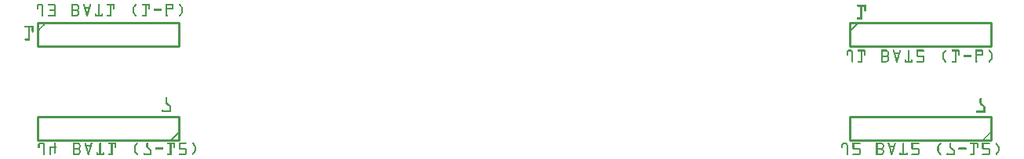
<source format=gbo>
G04 MADE WITH FRITZING*
G04 WWW.FRITZING.ORG*
G04 DOUBLE SIDED*
G04 HOLES PLATED*
G04 CONTOUR ON CENTER OF CONTOUR VECTOR*
%ASAXBY*%
%FSLAX23Y23*%
%MOIN*%
%OFA0B0*%
%SFA1.0B1.0*%
%ADD10C,0.010000*%
%ADD11C,0.005000*%
%ADD12R,0.001000X0.001000*%
%LNSILK0*%
G90*
G70*
G54D10*
X5100Y1009D02*
X5700Y1009D01*
X5700Y1009D02*
X5700Y909D01*
X5700Y909D02*
X5100Y909D01*
X5100Y909D02*
X5100Y1009D01*
G54D11*
D02*
X5135Y1009D02*
X5100Y974D01*
G54D10*
D02*
X5700Y509D02*
X5100Y509D01*
X5100Y509D02*
X5100Y609D01*
X5100Y609D02*
X5700Y609D01*
X5700Y609D02*
X5700Y509D01*
D02*
X1650Y1009D02*
X2250Y1009D01*
X2250Y1009D02*
X2250Y909D01*
X2250Y909D02*
X1650Y909D01*
X1650Y909D02*
X1650Y1009D01*
D02*
X2250Y509D02*
X1650Y509D01*
X1650Y509D02*
X1650Y609D01*
X1650Y609D02*
X2250Y609D01*
X2250Y609D02*
X2250Y509D01*
G54D11*
D02*
X2215Y509D02*
X2250Y544D01*
G54D12*
X1653Y1090D02*
X1665Y1090D01*
X1694Y1090D02*
X1722Y1090D01*
X1792Y1090D02*
X1816Y1090D01*
X1844Y1090D02*
X1847Y1090D01*
X1871Y1090D02*
X1874Y1090D01*
X1908Y1090D02*
X1910Y1090D01*
X1944Y1090D02*
X1974Y1090D01*
X2065Y1090D02*
X2067Y1090D01*
X2094Y1090D02*
X2124Y1090D01*
X2194Y1090D02*
X2224Y1090D01*
X2251Y1090D02*
X2254Y1090D01*
X1651Y1089D02*
X1668Y1089D01*
X1693Y1089D02*
X1723Y1089D01*
X1792Y1089D02*
X1818Y1089D01*
X1843Y1089D02*
X1848Y1089D01*
X1871Y1089D02*
X1875Y1089D01*
X1907Y1089D02*
X1911Y1089D01*
X1943Y1089D02*
X1975Y1089D01*
X2063Y1089D02*
X2068Y1089D01*
X2093Y1089D02*
X2125Y1089D01*
X2193Y1089D02*
X2225Y1089D01*
X2250Y1089D02*
X2255Y1089D01*
X1649Y1088D02*
X1669Y1088D01*
X1693Y1088D02*
X1724Y1088D01*
X1792Y1088D02*
X1820Y1088D01*
X1842Y1088D02*
X1848Y1088D01*
X1870Y1088D02*
X1876Y1088D01*
X1906Y1088D02*
X1912Y1088D01*
X1943Y1088D02*
X1976Y1088D01*
X2063Y1088D02*
X2069Y1088D01*
X2093Y1088D02*
X2126Y1088D01*
X2192Y1088D02*
X2226Y1088D01*
X2249Y1088D02*
X2255Y1088D01*
X1648Y1087D02*
X1670Y1087D01*
X1692Y1087D02*
X1725Y1087D01*
X1792Y1087D02*
X1821Y1087D01*
X1842Y1087D02*
X1849Y1087D01*
X1870Y1087D02*
X1876Y1087D01*
X1906Y1087D02*
X1912Y1087D01*
X1942Y1087D02*
X1976Y1087D01*
X2062Y1087D02*
X2069Y1087D01*
X2092Y1087D02*
X2126Y1087D01*
X2192Y1087D02*
X2226Y1087D01*
X2249Y1087D02*
X2256Y1087D01*
X5132Y1087D02*
X5164Y1087D01*
X1648Y1086D02*
X1671Y1086D01*
X1693Y1086D02*
X1726Y1086D01*
X1792Y1086D02*
X1822Y1086D01*
X1842Y1086D02*
X1849Y1086D01*
X1869Y1086D02*
X1876Y1086D01*
X1906Y1086D02*
X1912Y1086D01*
X1943Y1086D02*
X1976Y1086D01*
X2061Y1086D02*
X2069Y1086D01*
X2093Y1086D02*
X2126Y1086D01*
X2192Y1086D02*
X2226Y1086D01*
X2249Y1086D02*
X2257Y1086D01*
X5130Y1086D02*
X5166Y1086D01*
X1647Y1085D02*
X1671Y1085D01*
X1693Y1085D02*
X1726Y1085D01*
X1792Y1085D02*
X1823Y1085D01*
X1843Y1085D02*
X1849Y1085D01*
X1869Y1085D02*
X1875Y1085D01*
X1906Y1085D02*
X1912Y1085D01*
X1943Y1085D02*
X1976Y1085D01*
X2060Y1085D02*
X2068Y1085D01*
X2093Y1085D02*
X2126Y1085D01*
X2192Y1085D02*
X2226Y1085D01*
X2250Y1085D02*
X2258Y1085D01*
X5129Y1085D02*
X5167Y1085D01*
X1647Y1084D02*
X1672Y1084D01*
X1694Y1084D02*
X1726Y1084D01*
X1792Y1084D02*
X1824Y1084D01*
X1843Y1084D02*
X1849Y1084D01*
X1869Y1084D02*
X1875Y1084D01*
X1906Y1084D02*
X1912Y1084D01*
X1944Y1084D02*
X1976Y1084D01*
X2060Y1084D02*
X2068Y1084D01*
X2094Y1084D02*
X2126Y1084D01*
X2192Y1084D02*
X2226Y1084D01*
X2251Y1084D02*
X2259Y1084D01*
X5129Y1084D02*
X5167Y1084D01*
X1646Y1083D02*
X1653Y1083D01*
X1665Y1083D02*
X1672Y1083D01*
X1720Y1083D02*
X1726Y1083D01*
X1792Y1083D02*
X1798Y1083D01*
X1816Y1083D02*
X1824Y1083D01*
X1843Y1083D02*
X1850Y1083D01*
X1869Y1083D02*
X1875Y1083D01*
X1906Y1083D02*
X1912Y1083D01*
X1956Y1083D02*
X1962Y1083D01*
X1970Y1083D02*
X1976Y1083D01*
X2059Y1083D02*
X2067Y1083D01*
X2106Y1083D02*
X2112Y1083D01*
X2120Y1083D02*
X2126Y1083D01*
X2192Y1083D02*
X2198Y1083D01*
X2220Y1083D02*
X2226Y1083D01*
X2251Y1083D02*
X2259Y1083D01*
X5128Y1083D02*
X5167Y1083D01*
X1646Y1082D02*
X1652Y1082D01*
X1666Y1082D02*
X1672Y1082D01*
X1720Y1082D02*
X1726Y1082D01*
X1792Y1082D02*
X1798Y1082D01*
X1817Y1082D02*
X1825Y1082D01*
X1844Y1082D02*
X1850Y1082D01*
X1868Y1082D02*
X1875Y1082D01*
X1906Y1082D02*
X1912Y1082D01*
X1956Y1082D02*
X1962Y1082D01*
X1970Y1082D02*
X1976Y1082D01*
X2058Y1082D02*
X2066Y1082D01*
X2106Y1082D02*
X2112Y1082D01*
X2120Y1082D02*
X2126Y1082D01*
X2192Y1082D02*
X2198Y1082D01*
X2220Y1082D02*
X2226Y1082D01*
X2252Y1082D02*
X2260Y1082D01*
X5129Y1082D02*
X5167Y1082D01*
X1646Y1081D02*
X1652Y1081D01*
X1666Y1081D02*
X1672Y1081D01*
X1720Y1081D02*
X1726Y1081D01*
X1792Y1081D02*
X1798Y1081D01*
X1818Y1081D02*
X1825Y1081D01*
X1844Y1081D02*
X1850Y1081D01*
X1868Y1081D02*
X1874Y1081D01*
X1906Y1081D02*
X1912Y1081D01*
X1956Y1081D02*
X1962Y1081D01*
X1970Y1081D02*
X1976Y1081D01*
X2057Y1081D02*
X2065Y1081D01*
X2106Y1081D02*
X2112Y1081D01*
X2120Y1081D02*
X2126Y1081D01*
X2192Y1081D02*
X2198Y1081D01*
X2220Y1081D02*
X2226Y1081D01*
X2253Y1081D02*
X2261Y1081D01*
X5129Y1081D02*
X5167Y1081D01*
X1646Y1080D02*
X1652Y1080D01*
X1666Y1080D02*
X1672Y1080D01*
X1720Y1080D02*
X1726Y1080D01*
X1792Y1080D02*
X1798Y1080D01*
X1819Y1080D02*
X1825Y1080D01*
X1844Y1080D02*
X1851Y1080D01*
X1868Y1080D02*
X1874Y1080D01*
X1906Y1080D02*
X1912Y1080D01*
X1956Y1080D02*
X1962Y1080D01*
X1970Y1080D02*
X1976Y1080D01*
X2056Y1080D02*
X2064Y1080D01*
X2106Y1080D02*
X2112Y1080D01*
X2120Y1080D02*
X2126Y1080D01*
X2192Y1080D02*
X2198Y1080D01*
X2220Y1080D02*
X2226Y1080D01*
X2254Y1080D02*
X2262Y1080D01*
X5130Y1080D02*
X5167Y1080D01*
X1646Y1079D02*
X1652Y1079D01*
X1666Y1079D02*
X1673Y1079D01*
X1720Y1079D02*
X1726Y1079D01*
X1792Y1079D02*
X1798Y1079D01*
X1819Y1079D02*
X1826Y1079D01*
X1845Y1079D02*
X1851Y1079D01*
X1867Y1079D02*
X1874Y1079D01*
X1906Y1079D02*
X1912Y1079D01*
X1956Y1079D02*
X1962Y1079D01*
X1970Y1079D02*
X1976Y1079D01*
X2056Y1079D02*
X2064Y1079D01*
X2106Y1079D02*
X2112Y1079D01*
X2120Y1079D02*
X2126Y1079D01*
X2192Y1079D02*
X2198Y1079D01*
X2220Y1079D02*
X2226Y1079D01*
X2255Y1079D02*
X2262Y1079D01*
X5133Y1079D02*
X5167Y1079D01*
X1646Y1078D02*
X1652Y1078D01*
X1666Y1078D02*
X1673Y1078D01*
X1720Y1078D02*
X1726Y1078D01*
X1792Y1078D02*
X1798Y1078D01*
X1820Y1078D02*
X1826Y1078D01*
X1845Y1078D02*
X1873Y1078D01*
X1906Y1078D02*
X1912Y1078D01*
X1956Y1078D02*
X1962Y1078D01*
X1970Y1078D02*
X1976Y1078D01*
X2055Y1078D02*
X2063Y1078D01*
X2106Y1078D02*
X2112Y1078D01*
X2120Y1078D02*
X2126Y1078D01*
X2192Y1078D02*
X2198Y1078D01*
X2220Y1078D02*
X2226Y1078D01*
X2255Y1078D02*
X2263Y1078D01*
X5144Y1078D02*
X5151Y1078D01*
X5160Y1078D02*
X5167Y1078D01*
X1646Y1077D02*
X1652Y1077D01*
X1666Y1077D02*
X1673Y1077D01*
X1720Y1077D02*
X1726Y1077D01*
X1792Y1077D02*
X1798Y1077D01*
X1820Y1077D02*
X1826Y1077D01*
X1845Y1077D02*
X1873Y1077D01*
X1906Y1077D02*
X1912Y1077D01*
X1956Y1077D02*
X1962Y1077D01*
X1970Y1077D02*
X1976Y1077D01*
X2054Y1077D02*
X2062Y1077D01*
X2106Y1077D02*
X2112Y1077D01*
X2120Y1077D02*
X2126Y1077D01*
X2192Y1077D02*
X2198Y1077D01*
X2220Y1077D02*
X2226Y1077D01*
X2256Y1077D02*
X2264Y1077D01*
X5144Y1077D02*
X5151Y1077D01*
X5160Y1077D02*
X5167Y1077D01*
X1646Y1076D02*
X1652Y1076D01*
X1666Y1076D02*
X1673Y1076D01*
X1720Y1076D02*
X1726Y1076D01*
X1792Y1076D02*
X1798Y1076D01*
X1820Y1076D02*
X1826Y1076D01*
X1845Y1076D02*
X1873Y1076D01*
X1906Y1076D02*
X1912Y1076D01*
X1956Y1076D02*
X1962Y1076D01*
X1970Y1076D02*
X1976Y1076D01*
X2054Y1076D02*
X2061Y1076D01*
X2106Y1076D02*
X2112Y1076D01*
X2120Y1076D02*
X2126Y1076D01*
X2192Y1076D02*
X2198Y1076D01*
X2220Y1076D02*
X2226Y1076D01*
X2257Y1076D02*
X2264Y1076D01*
X5144Y1076D02*
X5151Y1076D01*
X5160Y1076D02*
X5167Y1076D01*
X1646Y1075D02*
X1652Y1075D01*
X1666Y1075D02*
X1673Y1075D01*
X1720Y1075D02*
X1726Y1075D01*
X1792Y1075D02*
X1798Y1075D01*
X1820Y1075D02*
X1826Y1075D01*
X1846Y1075D02*
X1872Y1075D01*
X1906Y1075D02*
X1912Y1075D01*
X1956Y1075D02*
X1962Y1075D01*
X1970Y1075D02*
X1976Y1075D01*
X2053Y1075D02*
X2060Y1075D01*
X2106Y1075D02*
X2112Y1075D01*
X2120Y1075D02*
X2126Y1075D01*
X2192Y1075D02*
X2198Y1075D01*
X2220Y1075D02*
X2226Y1075D01*
X2258Y1075D02*
X2265Y1075D01*
X5144Y1075D02*
X5151Y1075D01*
X5160Y1075D02*
X5167Y1075D01*
X1646Y1074D02*
X1652Y1074D01*
X1666Y1074D02*
X1673Y1074D01*
X1720Y1074D02*
X1726Y1074D01*
X1792Y1074D02*
X1798Y1074D01*
X1820Y1074D02*
X1826Y1074D01*
X1846Y1074D02*
X1872Y1074D01*
X1906Y1074D02*
X1912Y1074D01*
X1956Y1074D02*
X1962Y1074D01*
X1970Y1074D02*
X1976Y1074D01*
X2053Y1074D02*
X2060Y1074D01*
X2106Y1074D02*
X2112Y1074D01*
X2120Y1074D02*
X2126Y1074D01*
X2192Y1074D02*
X2198Y1074D01*
X2220Y1074D02*
X2226Y1074D01*
X2258Y1074D02*
X2265Y1074D01*
X5144Y1074D02*
X5151Y1074D01*
X5160Y1074D02*
X5167Y1074D01*
X1646Y1073D02*
X1652Y1073D01*
X1666Y1073D02*
X1673Y1073D01*
X1720Y1073D02*
X1726Y1073D01*
X1792Y1073D02*
X1798Y1073D01*
X1820Y1073D02*
X1826Y1073D01*
X1846Y1073D02*
X1872Y1073D01*
X1906Y1073D02*
X1912Y1073D01*
X1956Y1073D02*
X1962Y1073D01*
X1970Y1073D02*
X1976Y1073D01*
X2053Y1073D02*
X2059Y1073D01*
X2106Y1073D02*
X2112Y1073D01*
X2120Y1073D02*
X2126Y1073D01*
X2192Y1073D02*
X2199Y1073D01*
X2220Y1073D02*
X2226Y1073D01*
X2259Y1073D02*
X2265Y1073D01*
X5144Y1073D02*
X5151Y1073D01*
X5160Y1073D02*
X5167Y1073D01*
X1646Y1072D02*
X1652Y1072D01*
X1666Y1072D02*
X1673Y1072D01*
X1720Y1072D02*
X1726Y1072D01*
X1792Y1072D02*
X1798Y1072D01*
X1820Y1072D02*
X1826Y1072D01*
X1847Y1072D02*
X1872Y1072D01*
X1906Y1072D02*
X1912Y1072D01*
X1956Y1072D02*
X1962Y1072D01*
X1970Y1072D02*
X1976Y1072D01*
X2053Y1072D02*
X2059Y1072D01*
X2106Y1072D02*
X2112Y1072D01*
X2120Y1072D02*
X2126Y1072D01*
X2192Y1072D02*
X2226Y1072D01*
X2259Y1072D02*
X2265Y1072D01*
X5144Y1072D02*
X5151Y1072D01*
X5160Y1072D02*
X5167Y1072D01*
X1646Y1071D02*
X1652Y1071D01*
X1666Y1071D02*
X1673Y1071D01*
X1720Y1071D02*
X1726Y1071D01*
X1792Y1071D02*
X1798Y1071D01*
X1819Y1071D02*
X1826Y1071D01*
X1847Y1071D02*
X1853Y1071D01*
X1865Y1071D02*
X1871Y1071D01*
X1906Y1071D02*
X1912Y1071D01*
X1956Y1071D02*
X1962Y1071D01*
X1970Y1071D02*
X1976Y1071D01*
X2053Y1071D02*
X2059Y1071D01*
X2106Y1071D02*
X2112Y1071D01*
X2120Y1071D02*
X2126Y1071D01*
X2192Y1071D02*
X2226Y1071D01*
X2259Y1071D02*
X2265Y1071D01*
X5144Y1071D02*
X5151Y1071D01*
X5160Y1071D02*
X5167Y1071D01*
X1646Y1070D02*
X1652Y1070D01*
X1666Y1070D02*
X1673Y1070D01*
X1720Y1070D02*
X1726Y1070D01*
X1792Y1070D02*
X1798Y1070D01*
X1819Y1070D02*
X1825Y1070D01*
X1847Y1070D02*
X1853Y1070D01*
X1865Y1070D02*
X1871Y1070D01*
X1906Y1070D02*
X1912Y1070D01*
X1956Y1070D02*
X1962Y1070D01*
X1970Y1070D02*
X1976Y1070D01*
X2053Y1070D02*
X2059Y1070D01*
X2106Y1070D02*
X2112Y1070D01*
X2120Y1070D02*
X2126Y1070D01*
X2146Y1070D02*
X2172Y1070D01*
X2192Y1070D02*
X2226Y1070D01*
X2260Y1070D02*
X2266Y1070D01*
X5144Y1070D02*
X5151Y1070D01*
X5160Y1070D02*
X5167Y1070D01*
X1646Y1069D02*
X1652Y1069D01*
X1666Y1069D02*
X1673Y1069D01*
X1719Y1069D02*
X1726Y1069D01*
X1792Y1069D02*
X1798Y1069D01*
X1818Y1069D02*
X1825Y1069D01*
X1847Y1069D02*
X1854Y1069D01*
X1864Y1069D02*
X1871Y1069D01*
X1906Y1069D02*
X1912Y1069D01*
X1956Y1069D02*
X1962Y1069D01*
X1970Y1069D02*
X1976Y1069D01*
X2053Y1069D02*
X2059Y1069D01*
X2106Y1069D02*
X2112Y1069D01*
X2120Y1069D02*
X2126Y1069D01*
X2143Y1069D02*
X2175Y1069D01*
X2192Y1069D02*
X2226Y1069D01*
X2260Y1069D02*
X2266Y1069D01*
X5144Y1069D02*
X5151Y1069D01*
X5160Y1069D02*
X5167Y1069D01*
X1646Y1068D02*
X1651Y1068D01*
X1666Y1068D02*
X1673Y1068D01*
X1719Y1068D02*
X1726Y1068D01*
X1792Y1068D02*
X1798Y1068D01*
X1816Y1068D02*
X1825Y1068D01*
X1848Y1068D02*
X1854Y1068D01*
X1864Y1068D02*
X1870Y1068D01*
X1906Y1068D02*
X1912Y1068D01*
X1956Y1068D02*
X1962Y1068D01*
X1970Y1068D02*
X1976Y1068D01*
X2053Y1068D02*
X2059Y1068D01*
X2106Y1068D02*
X2112Y1068D01*
X2120Y1068D02*
X2126Y1068D01*
X2143Y1068D02*
X2176Y1068D01*
X2192Y1068D02*
X2226Y1068D01*
X2260Y1068D02*
X2266Y1068D01*
X5144Y1068D02*
X5151Y1068D01*
X5160Y1068D02*
X5167Y1068D01*
X1647Y1067D02*
X1651Y1067D01*
X1666Y1067D02*
X1673Y1067D01*
X1703Y1067D02*
X1725Y1067D01*
X1792Y1067D02*
X1824Y1067D01*
X1848Y1067D02*
X1854Y1067D01*
X1864Y1067D02*
X1870Y1067D01*
X1906Y1067D02*
X1912Y1067D01*
X1956Y1067D02*
X1962Y1067D01*
X1971Y1067D02*
X1975Y1067D01*
X2053Y1067D02*
X2059Y1067D01*
X2106Y1067D02*
X2112Y1067D01*
X2121Y1067D02*
X2125Y1067D01*
X2142Y1067D02*
X2176Y1067D01*
X2192Y1067D02*
X2225Y1067D01*
X2260Y1067D02*
X2266Y1067D01*
X5144Y1067D02*
X5151Y1067D01*
X5160Y1067D02*
X5167Y1067D01*
X1649Y1066D02*
X1649Y1066D01*
X1666Y1066D02*
X1673Y1066D01*
X1700Y1066D02*
X1725Y1066D01*
X1792Y1066D02*
X1823Y1066D01*
X1848Y1066D02*
X1855Y1066D01*
X1864Y1066D02*
X1870Y1066D01*
X1906Y1066D02*
X1912Y1066D01*
X1956Y1066D02*
X1962Y1066D01*
X1973Y1066D02*
X1973Y1066D01*
X2053Y1066D02*
X2059Y1066D01*
X2106Y1066D02*
X2112Y1066D01*
X2123Y1066D02*
X2123Y1066D01*
X2142Y1066D02*
X2176Y1066D01*
X2192Y1066D02*
X2223Y1066D01*
X2260Y1066D02*
X2266Y1066D01*
X5144Y1066D02*
X5151Y1066D01*
X5160Y1066D02*
X5167Y1066D01*
X1666Y1065D02*
X1673Y1065D01*
X1700Y1065D02*
X1724Y1065D01*
X1792Y1065D02*
X1822Y1065D01*
X1849Y1065D02*
X1855Y1065D01*
X1863Y1065D02*
X1870Y1065D01*
X1906Y1065D02*
X1912Y1065D01*
X1956Y1065D02*
X1962Y1065D01*
X2053Y1065D02*
X2059Y1065D01*
X2106Y1065D02*
X2112Y1065D01*
X2142Y1065D02*
X2176Y1065D01*
X2192Y1065D02*
X2198Y1065D01*
X2260Y1065D02*
X2266Y1065D01*
X5144Y1065D02*
X5151Y1065D01*
X5160Y1065D02*
X5167Y1065D01*
X1666Y1064D02*
X1673Y1064D01*
X1699Y1064D02*
X1724Y1064D01*
X1792Y1064D02*
X1822Y1064D01*
X1849Y1064D02*
X1855Y1064D01*
X1863Y1064D02*
X1869Y1064D01*
X1906Y1064D02*
X1912Y1064D01*
X1956Y1064D02*
X1962Y1064D01*
X2053Y1064D02*
X2059Y1064D01*
X2106Y1064D02*
X2112Y1064D01*
X2142Y1064D02*
X2176Y1064D01*
X2192Y1064D02*
X2198Y1064D01*
X2260Y1064D02*
X2266Y1064D01*
X5144Y1064D02*
X5151Y1064D01*
X5160Y1064D02*
X5167Y1064D01*
X1666Y1063D02*
X1673Y1063D01*
X1699Y1063D02*
X1724Y1063D01*
X1792Y1063D02*
X1822Y1063D01*
X1849Y1063D02*
X1856Y1063D01*
X1863Y1063D02*
X1869Y1063D01*
X1906Y1063D02*
X1912Y1063D01*
X1956Y1063D02*
X1962Y1063D01*
X2053Y1063D02*
X2059Y1063D01*
X2106Y1063D02*
X2112Y1063D01*
X2142Y1063D02*
X2176Y1063D01*
X2192Y1063D02*
X2198Y1063D01*
X2260Y1063D02*
X2266Y1063D01*
X5144Y1063D02*
X5151Y1063D01*
X5160Y1063D02*
X5167Y1063D01*
X1666Y1062D02*
X1673Y1062D01*
X1700Y1062D02*
X1724Y1062D01*
X1792Y1062D02*
X1823Y1062D01*
X1850Y1062D02*
X1856Y1062D01*
X1862Y1062D02*
X1869Y1062D01*
X1906Y1062D02*
X1912Y1062D01*
X1956Y1062D02*
X1962Y1062D01*
X2053Y1062D02*
X2059Y1062D01*
X2106Y1062D02*
X2112Y1062D01*
X2143Y1062D02*
X2175Y1062D01*
X2192Y1062D02*
X2198Y1062D01*
X2260Y1062D02*
X2266Y1062D01*
X5144Y1062D02*
X5151Y1062D01*
X5160Y1062D02*
X5167Y1062D01*
X1666Y1061D02*
X1673Y1061D01*
X1700Y1061D02*
X1725Y1061D01*
X1792Y1061D02*
X1823Y1061D01*
X1850Y1061D02*
X1856Y1061D01*
X1862Y1061D02*
X1868Y1061D01*
X1906Y1061D02*
X1912Y1061D01*
X1956Y1061D02*
X1962Y1061D01*
X2053Y1061D02*
X2059Y1061D01*
X2106Y1061D02*
X2112Y1061D01*
X2143Y1061D02*
X2175Y1061D01*
X2192Y1061D02*
X2198Y1061D01*
X2260Y1061D02*
X2266Y1061D01*
X5144Y1061D02*
X5151Y1061D01*
X5161Y1061D02*
X5167Y1061D01*
X1666Y1060D02*
X1673Y1060D01*
X1716Y1060D02*
X1725Y1060D01*
X1792Y1060D02*
X1799Y1060D01*
X1813Y1060D02*
X1824Y1060D01*
X1850Y1060D02*
X1856Y1060D01*
X1862Y1060D02*
X1868Y1060D01*
X1906Y1060D02*
X1912Y1060D01*
X1956Y1060D02*
X1962Y1060D01*
X2053Y1060D02*
X2059Y1060D01*
X2106Y1060D02*
X2112Y1060D01*
X2192Y1060D02*
X2198Y1060D01*
X2260Y1060D02*
X2266Y1060D01*
X5144Y1060D02*
X5151Y1060D01*
X5161Y1060D02*
X5166Y1060D01*
X1666Y1059D02*
X1673Y1059D01*
X1719Y1059D02*
X1726Y1059D01*
X1792Y1059D02*
X1798Y1059D01*
X1816Y1059D02*
X1825Y1059D01*
X1850Y1059D02*
X1857Y1059D01*
X1861Y1059D02*
X1868Y1059D01*
X1906Y1059D02*
X1912Y1059D01*
X1956Y1059D02*
X1962Y1059D01*
X2053Y1059D02*
X2059Y1059D01*
X2106Y1059D02*
X2112Y1059D01*
X2192Y1059D02*
X2198Y1059D01*
X2260Y1059D02*
X2266Y1059D01*
X5144Y1059D02*
X5151Y1059D01*
X5162Y1059D02*
X5165Y1059D01*
X1666Y1058D02*
X1673Y1058D01*
X1720Y1058D02*
X1726Y1058D01*
X1792Y1058D02*
X1798Y1058D01*
X1818Y1058D02*
X1825Y1058D01*
X1851Y1058D02*
X1857Y1058D01*
X1861Y1058D02*
X1868Y1058D01*
X1906Y1058D02*
X1912Y1058D01*
X1956Y1058D02*
X1962Y1058D01*
X2053Y1058D02*
X2059Y1058D01*
X2106Y1058D02*
X2112Y1058D01*
X2192Y1058D02*
X2198Y1058D01*
X2260Y1058D02*
X2266Y1058D01*
X5144Y1058D02*
X5151Y1058D01*
X1666Y1057D02*
X1673Y1057D01*
X1720Y1057D02*
X1726Y1057D01*
X1792Y1057D02*
X1798Y1057D01*
X1819Y1057D02*
X1825Y1057D01*
X1851Y1057D02*
X1857Y1057D01*
X1861Y1057D02*
X1867Y1057D01*
X1906Y1057D02*
X1912Y1057D01*
X1956Y1057D02*
X1962Y1057D01*
X2053Y1057D02*
X2059Y1057D01*
X2106Y1057D02*
X2112Y1057D01*
X2192Y1057D02*
X2198Y1057D01*
X2260Y1057D02*
X2266Y1057D01*
X5144Y1057D02*
X5151Y1057D01*
X1666Y1056D02*
X1673Y1056D01*
X1720Y1056D02*
X1726Y1056D01*
X1792Y1056D02*
X1798Y1056D01*
X1819Y1056D02*
X1826Y1056D01*
X1851Y1056D02*
X1858Y1056D01*
X1861Y1056D02*
X1867Y1056D01*
X1906Y1056D02*
X1912Y1056D01*
X1956Y1056D02*
X1962Y1056D01*
X2053Y1056D02*
X2059Y1056D01*
X2106Y1056D02*
X2112Y1056D01*
X2192Y1056D02*
X2198Y1056D01*
X2259Y1056D02*
X2265Y1056D01*
X5144Y1056D02*
X5151Y1056D01*
X1666Y1055D02*
X1673Y1055D01*
X1720Y1055D02*
X1726Y1055D01*
X1792Y1055D02*
X1798Y1055D01*
X1820Y1055D02*
X1826Y1055D01*
X1852Y1055D02*
X1858Y1055D01*
X1860Y1055D02*
X1867Y1055D01*
X1906Y1055D02*
X1912Y1055D01*
X1956Y1055D02*
X1962Y1055D01*
X2053Y1055D02*
X2059Y1055D01*
X2106Y1055D02*
X2112Y1055D01*
X2192Y1055D02*
X2198Y1055D01*
X2259Y1055D02*
X2265Y1055D01*
X5144Y1055D02*
X5151Y1055D01*
X1666Y1054D02*
X1673Y1054D01*
X1720Y1054D02*
X1726Y1054D01*
X1792Y1054D02*
X1798Y1054D01*
X1820Y1054D02*
X1826Y1054D01*
X1852Y1054D02*
X1858Y1054D01*
X1860Y1054D02*
X1866Y1054D01*
X1906Y1054D02*
X1912Y1054D01*
X1956Y1054D02*
X1962Y1054D01*
X2053Y1054D02*
X2059Y1054D01*
X2106Y1054D02*
X2112Y1054D01*
X2192Y1054D02*
X2198Y1054D01*
X2259Y1054D02*
X2265Y1054D01*
X5144Y1054D02*
X5151Y1054D01*
X1666Y1053D02*
X1673Y1053D01*
X1720Y1053D02*
X1726Y1053D01*
X1792Y1053D02*
X1798Y1053D01*
X1820Y1053D02*
X1826Y1053D01*
X1852Y1053D02*
X1866Y1053D01*
X1906Y1053D02*
X1912Y1053D01*
X1956Y1053D02*
X1962Y1053D01*
X2053Y1053D02*
X2060Y1053D01*
X2106Y1053D02*
X2112Y1053D01*
X2192Y1053D02*
X2198Y1053D01*
X2258Y1053D02*
X2265Y1053D01*
X5144Y1053D02*
X5151Y1053D01*
X1666Y1052D02*
X1673Y1052D01*
X1720Y1052D02*
X1726Y1052D01*
X1792Y1052D02*
X1798Y1052D01*
X1820Y1052D02*
X1826Y1052D01*
X1852Y1052D02*
X1866Y1052D01*
X1906Y1052D02*
X1912Y1052D01*
X1956Y1052D02*
X1962Y1052D01*
X2054Y1052D02*
X2061Y1052D01*
X2106Y1052D02*
X2112Y1052D01*
X2192Y1052D02*
X2198Y1052D01*
X2258Y1052D02*
X2265Y1052D01*
X5144Y1052D02*
X5151Y1052D01*
X1666Y1051D02*
X1673Y1051D01*
X1720Y1051D02*
X1726Y1051D01*
X1792Y1051D02*
X1798Y1051D01*
X1820Y1051D02*
X1826Y1051D01*
X1853Y1051D02*
X1865Y1051D01*
X1906Y1051D02*
X1912Y1051D01*
X1956Y1051D02*
X1962Y1051D01*
X2054Y1051D02*
X2061Y1051D01*
X2106Y1051D02*
X2112Y1051D01*
X2192Y1051D02*
X2198Y1051D01*
X2257Y1051D02*
X2264Y1051D01*
X5144Y1051D02*
X5151Y1051D01*
X1666Y1050D02*
X1673Y1050D01*
X1720Y1050D02*
X1726Y1050D01*
X1792Y1050D02*
X1798Y1050D01*
X1820Y1050D02*
X1826Y1050D01*
X1853Y1050D02*
X1865Y1050D01*
X1906Y1050D02*
X1912Y1050D01*
X1956Y1050D02*
X1962Y1050D01*
X2054Y1050D02*
X2062Y1050D01*
X2106Y1050D02*
X2112Y1050D01*
X2192Y1050D02*
X2198Y1050D01*
X2256Y1050D02*
X2264Y1050D01*
X5144Y1050D02*
X5151Y1050D01*
X1666Y1049D02*
X1673Y1049D01*
X1720Y1049D02*
X1726Y1049D01*
X1792Y1049D02*
X1798Y1049D01*
X1820Y1049D02*
X1826Y1049D01*
X1853Y1049D02*
X1865Y1049D01*
X1894Y1049D02*
X1896Y1049D01*
X1906Y1049D02*
X1912Y1049D01*
X1922Y1049D02*
X1924Y1049D01*
X1956Y1049D02*
X1962Y1049D01*
X2055Y1049D02*
X2063Y1049D01*
X2106Y1049D02*
X2112Y1049D01*
X2192Y1049D02*
X2198Y1049D01*
X2255Y1049D02*
X2263Y1049D01*
X5144Y1049D02*
X5151Y1049D01*
X1666Y1048D02*
X1673Y1048D01*
X1720Y1048D02*
X1726Y1048D01*
X1792Y1048D02*
X1798Y1048D01*
X1819Y1048D02*
X1826Y1048D01*
X1854Y1048D02*
X1865Y1048D01*
X1893Y1048D02*
X1898Y1048D01*
X1906Y1048D02*
X1912Y1048D01*
X1921Y1048D02*
X1925Y1048D01*
X1956Y1048D02*
X1962Y1048D01*
X2056Y1048D02*
X2064Y1048D01*
X2106Y1048D02*
X2112Y1048D01*
X2192Y1048D02*
X2198Y1048D01*
X2254Y1048D02*
X2262Y1048D01*
X5144Y1048D02*
X5151Y1048D01*
X1666Y1047D02*
X1673Y1047D01*
X1720Y1047D02*
X1726Y1047D01*
X1792Y1047D02*
X1798Y1047D01*
X1819Y1047D02*
X1825Y1047D01*
X1854Y1047D02*
X1864Y1047D01*
X1893Y1047D02*
X1898Y1047D01*
X1906Y1047D02*
X1912Y1047D01*
X1920Y1047D02*
X1926Y1047D01*
X1956Y1047D02*
X1962Y1047D01*
X2057Y1047D02*
X2064Y1047D01*
X2106Y1047D02*
X2112Y1047D01*
X2192Y1047D02*
X2198Y1047D01*
X2254Y1047D02*
X2262Y1047D01*
X5144Y1047D02*
X5151Y1047D01*
X1666Y1046D02*
X1673Y1046D01*
X1720Y1046D02*
X1726Y1046D01*
X1792Y1046D02*
X1798Y1046D01*
X1818Y1046D02*
X1825Y1046D01*
X1854Y1046D02*
X1864Y1046D01*
X1892Y1046D02*
X1898Y1046D01*
X1906Y1046D02*
X1912Y1046D01*
X1920Y1046D02*
X1926Y1046D01*
X1956Y1046D02*
X1962Y1046D01*
X2057Y1046D02*
X2065Y1046D01*
X2106Y1046D02*
X2112Y1046D01*
X2192Y1046D02*
X2198Y1046D01*
X2253Y1046D02*
X2261Y1046D01*
X5144Y1046D02*
X5151Y1046D01*
X1666Y1045D02*
X1673Y1045D01*
X1720Y1045D02*
X1726Y1045D01*
X1792Y1045D02*
X1798Y1045D01*
X1817Y1045D02*
X1825Y1045D01*
X1854Y1045D02*
X1864Y1045D01*
X1892Y1045D02*
X1898Y1045D01*
X1906Y1045D02*
X1912Y1045D01*
X1920Y1045D02*
X1926Y1045D01*
X1956Y1045D02*
X1962Y1045D01*
X2058Y1045D02*
X2066Y1045D01*
X2106Y1045D02*
X2112Y1045D01*
X2192Y1045D02*
X2198Y1045D01*
X2252Y1045D02*
X2260Y1045D01*
X5144Y1045D02*
X5151Y1045D01*
X1666Y1044D02*
X1673Y1044D01*
X1720Y1044D02*
X1726Y1044D01*
X1792Y1044D02*
X1798Y1044D01*
X1815Y1044D02*
X1824Y1044D01*
X1855Y1044D02*
X1863Y1044D01*
X1892Y1044D02*
X1898Y1044D01*
X1906Y1044D02*
X1912Y1044D01*
X1920Y1044D02*
X1926Y1044D01*
X1956Y1044D02*
X1962Y1044D01*
X2059Y1044D02*
X2067Y1044D01*
X2106Y1044D02*
X2112Y1044D01*
X2192Y1044D02*
X2198Y1044D01*
X2251Y1044D02*
X2259Y1044D01*
X5144Y1044D02*
X5151Y1044D01*
X1666Y1043D02*
X1673Y1043D01*
X1694Y1043D02*
X1726Y1043D01*
X1792Y1043D02*
X1824Y1043D01*
X1855Y1043D02*
X1863Y1043D01*
X1892Y1043D02*
X1926Y1043D01*
X1944Y1043D02*
X1962Y1043D01*
X2060Y1043D02*
X2068Y1043D01*
X2094Y1043D02*
X2112Y1043D01*
X2192Y1043D02*
X2200Y1043D01*
X2251Y1043D02*
X2258Y1043D01*
X5144Y1043D02*
X5151Y1043D01*
X1666Y1042D02*
X1673Y1042D01*
X1693Y1042D02*
X1726Y1042D01*
X1792Y1042D02*
X1823Y1042D01*
X1855Y1042D02*
X1863Y1042D01*
X1892Y1042D02*
X1926Y1042D01*
X1943Y1042D02*
X1962Y1042D01*
X2060Y1042D02*
X2068Y1042D01*
X2093Y1042D02*
X2112Y1042D01*
X2192Y1042D02*
X2201Y1042D01*
X2250Y1042D02*
X2258Y1042D01*
X5144Y1042D02*
X5151Y1042D01*
X1666Y1041D02*
X1673Y1041D01*
X1693Y1041D02*
X1725Y1041D01*
X1792Y1041D02*
X1822Y1041D01*
X1856Y1041D02*
X1863Y1041D01*
X1892Y1041D02*
X1926Y1041D01*
X1943Y1041D02*
X1962Y1041D01*
X2061Y1041D02*
X2069Y1041D01*
X2093Y1041D02*
X2112Y1041D01*
X2192Y1041D02*
X2202Y1041D01*
X2249Y1041D02*
X2257Y1041D01*
X5144Y1041D02*
X5151Y1041D01*
X1667Y1040D02*
X1672Y1040D01*
X1692Y1040D02*
X1725Y1040D01*
X1792Y1040D02*
X1821Y1040D01*
X1856Y1040D02*
X1862Y1040D01*
X1892Y1040D02*
X1926Y1040D01*
X1942Y1040D02*
X1962Y1040D01*
X2062Y1040D02*
X2069Y1040D01*
X2092Y1040D02*
X2112Y1040D01*
X2192Y1040D02*
X2202Y1040D01*
X2249Y1040D02*
X2256Y1040D01*
X5144Y1040D02*
X5151Y1040D01*
X1667Y1039D02*
X1672Y1039D01*
X1693Y1039D02*
X1724Y1039D01*
X1792Y1039D02*
X1820Y1039D01*
X1856Y1039D02*
X1862Y1039D01*
X1892Y1039D02*
X1926Y1039D01*
X1943Y1039D02*
X1962Y1039D01*
X2063Y1039D02*
X2069Y1039D01*
X2093Y1039D02*
X2112Y1039D01*
X2193Y1039D02*
X2202Y1039D01*
X2249Y1039D02*
X2255Y1039D01*
X5144Y1039D02*
X5151Y1039D01*
X1667Y1038D02*
X1672Y1038D01*
X1693Y1038D02*
X1723Y1038D01*
X1792Y1038D02*
X1818Y1038D01*
X1857Y1038D02*
X1861Y1038D01*
X1892Y1038D02*
X1926Y1038D01*
X1943Y1038D02*
X1962Y1038D01*
X2064Y1038D02*
X2068Y1038D01*
X2093Y1038D02*
X2112Y1038D01*
X2193Y1038D02*
X2201Y1038D01*
X2250Y1038D02*
X2255Y1038D01*
X5144Y1038D02*
X5151Y1038D01*
X1668Y1037D02*
X1671Y1037D01*
X1694Y1037D02*
X1721Y1037D01*
X1792Y1037D02*
X1816Y1037D01*
X1858Y1037D02*
X1860Y1037D01*
X1892Y1037D02*
X1926Y1037D01*
X1944Y1037D02*
X1962Y1037D01*
X2065Y1037D02*
X2067Y1037D01*
X2094Y1037D02*
X2112Y1037D01*
X2194Y1037D02*
X2200Y1037D01*
X2251Y1037D02*
X2253Y1037D01*
X5144Y1037D02*
X5151Y1037D01*
X5144Y1036D02*
X5151Y1036D01*
X5144Y1035D02*
X5151Y1035D01*
X5144Y1034D02*
X5151Y1034D01*
X5144Y1033D02*
X5151Y1033D01*
X5130Y1032D02*
X5151Y1032D01*
X5129Y1031D02*
X5151Y1031D01*
X5129Y1030D02*
X5151Y1030D01*
X5128Y1029D02*
X5151Y1029D01*
X5128Y1028D02*
X5151Y1028D01*
X5129Y1027D02*
X5151Y1027D01*
X5129Y1026D02*
X5151Y1026D01*
X5131Y1025D02*
X5151Y1025D01*
X1682Y1010D02*
X1683Y1010D01*
X1681Y1009D02*
X1684Y1009D01*
X1680Y1008D02*
X1685Y1008D01*
X1679Y1007D02*
X1685Y1007D01*
X1678Y1006D02*
X1684Y1006D01*
X1677Y1005D02*
X1683Y1005D01*
X1676Y1004D02*
X1682Y1004D01*
X1675Y1003D02*
X1681Y1003D01*
X1674Y1002D02*
X1680Y1002D01*
X1673Y1001D02*
X1679Y1001D01*
X1672Y1000D02*
X1678Y1000D01*
X1671Y999D02*
X1677Y999D01*
X1670Y998D02*
X1676Y998D01*
X1596Y997D02*
X1628Y997D01*
X1669Y997D02*
X1675Y997D01*
X1594Y996D02*
X1630Y996D01*
X1668Y996D02*
X1674Y996D01*
X1593Y995D02*
X1631Y995D01*
X1667Y995D02*
X1673Y995D01*
X1593Y994D02*
X1631Y994D01*
X1666Y994D02*
X1672Y994D01*
X1593Y993D02*
X1632Y993D01*
X1665Y993D02*
X1670Y993D01*
X1593Y992D02*
X1632Y992D01*
X1664Y992D02*
X1669Y992D01*
X1593Y991D02*
X1632Y991D01*
X1663Y991D02*
X1668Y991D01*
X1594Y990D02*
X1632Y990D01*
X1662Y990D02*
X1667Y990D01*
X1608Y989D02*
X1616Y989D01*
X1624Y989D02*
X1632Y989D01*
X1661Y989D02*
X1666Y989D01*
X1608Y988D02*
X1616Y988D01*
X1624Y988D02*
X1632Y988D01*
X1660Y988D02*
X1665Y988D01*
X1608Y987D02*
X1616Y987D01*
X1624Y987D02*
X1632Y987D01*
X1659Y987D02*
X1665Y987D01*
X1608Y986D02*
X1616Y986D01*
X1624Y986D02*
X1632Y986D01*
X1658Y986D02*
X1664Y986D01*
X1608Y985D02*
X1616Y985D01*
X1624Y985D02*
X1632Y985D01*
X1657Y985D02*
X1663Y985D01*
X1608Y984D02*
X1616Y984D01*
X1624Y984D02*
X1632Y984D01*
X1656Y984D02*
X1662Y984D01*
X1608Y983D02*
X1616Y983D01*
X1624Y983D02*
X1632Y983D01*
X1655Y983D02*
X1661Y983D01*
X1608Y982D02*
X1616Y982D01*
X1624Y982D02*
X1632Y982D01*
X1654Y982D02*
X1660Y982D01*
X1608Y981D02*
X1616Y981D01*
X1624Y981D02*
X1632Y981D01*
X1653Y981D02*
X1659Y981D01*
X1608Y980D02*
X1616Y980D01*
X1624Y980D02*
X1632Y980D01*
X1652Y980D02*
X1658Y980D01*
X1608Y979D02*
X1616Y979D01*
X1624Y979D02*
X1632Y979D01*
X1651Y979D02*
X1657Y979D01*
X1608Y978D02*
X1616Y978D01*
X1624Y978D02*
X1632Y978D01*
X1650Y978D02*
X1656Y978D01*
X1608Y977D02*
X1616Y977D01*
X1624Y977D02*
X1632Y977D01*
X1649Y977D02*
X1655Y977D01*
X1608Y976D02*
X1616Y976D01*
X1624Y976D02*
X1632Y976D01*
X1648Y976D02*
X1654Y976D01*
X1608Y975D02*
X1616Y975D01*
X1624Y975D02*
X1632Y975D01*
X1649Y975D02*
X1653Y975D01*
X1608Y974D02*
X1616Y974D01*
X1624Y974D02*
X1632Y974D01*
X1650Y974D02*
X1652Y974D01*
X1608Y973D02*
X1616Y973D01*
X1624Y973D02*
X1632Y973D01*
X1608Y972D02*
X1616Y972D01*
X1625Y972D02*
X1631Y972D01*
X1608Y971D02*
X1616Y971D01*
X1625Y971D02*
X1631Y971D01*
X1608Y970D02*
X1616Y970D01*
X1625Y970D02*
X1630Y970D01*
X1608Y969D02*
X1616Y969D01*
X1627Y969D02*
X1629Y969D01*
X1608Y968D02*
X1616Y968D01*
X1608Y967D02*
X1616Y967D01*
X1608Y966D02*
X1616Y966D01*
X1608Y965D02*
X1616Y965D01*
X1608Y964D02*
X1616Y964D01*
X1608Y963D02*
X1616Y963D01*
X1608Y962D02*
X1616Y962D01*
X1608Y961D02*
X1616Y961D01*
X1608Y960D02*
X1616Y960D01*
X1608Y959D02*
X1616Y959D01*
X1608Y958D02*
X1616Y958D01*
X1608Y957D02*
X1616Y957D01*
X1608Y956D02*
X1616Y956D01*
X1608Y955D02*
X1616Y955D01*
X1608Y954D02*
X1616Y954D01*
X1608Y953D02*
X1616Y953D01*
X1608Y952D02*
X1616Y952D01*
X1608Y951D02*
X1616Y951D01*
X1608Y950D02*
X1616Y950D01*
X1608Y949D02*
X1616Y949D01*
X1608Y948D02*
X1616Y948D01*
X1608Y947D02*
X1616Y947D01*
X1608Y946D02*
X1616Y946D01*
X1608Y945D02*
X1616Y945D01*
X1608Y944D02*
X1616Y944D01*
X1608Y943D02*
X1616Y943D01*
X1595Y942D02*
X1616Y942D01*
X1593Y941D02*
X1616Y941D01*
X1593Y940D02*
X1616Y940D01*
X1593Y939D02*
X1616Y939D01*
X1593Y938D02*
X1616Y938D01*
X1593Y937D02*
X1616Y937D01*
X1594Y936D02*
X1616Y936D01*
X1595Y935D02*
X1616Y935D01*
X5094Y895D02*
X5104Y895D01*
X5134Y895D02*
X5163Y895D01*
X5232Y895D02*
X5254Y895D01*
X5284Y895D02*
X5286Y895D01*
X5312Y895D02*
X5313Y895D01*
X5348Y895D02*
X5350Y895D01*
X5382Y895D02*
X5413Y895D01*
X5505Y895D02*
X5506Y895D01*
X5534Y895D02*
X5563Y895D01*
X5634Y895D02*
X5663Y895D01*
X5691Y895D02*
X5693Y895D01*
X5091Y894D02*
X5107Y894D01*
X5133Y894D02*
X5165Y894D01*
X5232Y894D02*
X5257Y894D01*
X5283Y894D02*
X5287Y894D01*
X5311Y894D02*
X5315Y894D01*
X5347Y894D02*
X5351Y894D01*
X5382Y894D02*
X5415Y894D01*
X5504Y894D02*
X5508Y894D01*
X5533Y894D02*
X5565Y894D01*
X5633Y894D02*
X5665Y894D01*
X5690Y894D02*
X5694Y894D01*
X5090Y893D02*
X5108Y893D01*
X5132Y893D02*
X5165Y893D01*
X5232Y893D02*
X5259Y893D01*
X5282Y893D02*
X5288Y893D01*
X5310Y893D02*
X5315Y893D01*
X5346Y893D02*
X5352Y893D01*
X5382Y893D02*
X5415Y893D01*
X5503Y893D02*
X5508Y893D01*
X5532Y893D02*
X5565Y893D01*
X5632Y893D02*
X5665Y893D01*
X5689Y893D02*
X5695Y893D01*
X5089Y892D02*
X5109Y892D01*
X5132Y892D02*
X5166Y892D01*
X5232Y892D02*
X5260Y892D01*
X5282Y892D02*
X5288Y892D01*
X5310Y892D02*
X5316Y892D01*
X5346Y892D02*
X5352Y892D01*
X5382Y892D02*
X5416Y892D01*
X5502Y892D02*
X5509Y892D01*
X5532Y892D02*
X5566Y892D01*
X5632Y892D02*
X5666Y892D01*
X5689Y892D02*
X5696Y892D01*
X5088Y891D02*
X5110Y891D01*
X5132Y891D02*
X5166Y891D01*
X5232Y891D02*
X5262Y891D01*
X5282Y891D02*
X5288Y891D01*
X5309Y891D02*
X5316Y891D01*
X5346Y891D02*
X5352Y891D01*
X5382Y891D02*
X5416Y891D01*
X5501Y891D02*
X5509Y891D01*
X5532Y891D02*
X5566Y891D01*
X5632Y891D02*
X5666Y891D01*
X5689Y891D02*
X5697Y891D01*
X5087Y890D02*
X5111Y890D01*
X5133Y890D02*
X5166Y890D01*
X5232Y890D02*
X5262Y890D01*
X5282Y890D02*
X5289Y890D01*
X5309Y890D02*
X5315Y890D01*
X5346Y890D02*
X5352Y890D01*
X5382Y890D02*
X5415Y890D01*
X5500Y890D02*
X5508Y890D01*
X5533Y890D02*
X5566Y890D01*
X5632Y890D02*
X5666Y890D01*
X5689Y890D02*
X5697Y890D01*
X5086Y889D02*
X5111Y889D01*
X5134Y889D02*
X5166Y889D01*
X5232Y889D02*
X5263Y889D01*
X5283Y889D02*
X5289Y889D01*
X5309Y889D02*
X5315Y889D01*
X5346Y889D02*
X5352Y889D01*
X5382Y889D02*
X5414Y889D01*
X5500Y889D02*
X5508Y889D01*
X5534Y889D02*
X5566Y889D01*
X5632Y889D02*
X5666Y889D01*
X5690Y889D02*
X5698Y889D01*
X5086Y888D02*
X5094Y888D01*
X5104Y888D02*
X5112Y888D01*
X5146Y888D02*
X5152Y888D01*
X5160Y888D02*
X5166Y888D01*
X5232Y888D02*
X5238Y888D01*
X5255Y888D02*
X5264Y888D01*
X5283Y888D02*
X5289Y888D01*
X5308Y888D02*
X5315Y888D01*
X5346Y888D02*
X5352Y888D01*
X5382Y888D02*
X5388Y888D01*
X5499Y888D02*
X5507Y888D01*
X5546Y888D02*
X5552Y888D01*
X5560Y888D02*
X5566Y888D01*
X5632Y888D02*
X5638Y888D01*
X5660Y888D02*
X5666Y888D01*
X5691Y888D02*
X5699Y888D01*
X5086Y887D02*
X5092Y887D01*
X5105Y887D02*
X5112Y887D01*
X5146Y887D02*
X5152Y887D01*
X5160Y887D02*
X5166Y887D01*
X5232Y887D02*
X5238Y887D01*
X5257Y887D02*
X5264Y887D01*
X5283Y887D02*
X5290Y887D01*
X5308Y887D02*
X5314Y887D01*
X5346Y887D02*
X5352Y887D01*
X5382Y887D02*
X5388Y887D01*
X5498Y887D02*
X5506Y887D01*
X5546Y887D02*
X5552Y887D01*
X5560Y887D02*
X5566Y887D01*
X5632Y887D02*
X5638Y887D01*
X5660Y887D02*
X5666Y887D01*
X5692Y887D02*
X5700Y887D01*
X5086Y886D02*
X5092Y886D01*
X5106Y886D02*
X5112Y886D01*
X5146Y886D02*
X5152Y886D01*
X5160Y886D02*
X5166Y886D01*
X5232Y886D02*
X5238Y886D01*
X5258Y886D02*
X5265Y886D01*
X5284Y886D02*
X5290Y886D01*
X5308Y886D02*
X5314Y886D01*
X5346Y886D02*
X5352Y886D01*
X5382Y886D02*
X5388Y886D01*
X5497Y886D02*
X5505Y886D01*
X5546Y886D02*
X5552Y886D01*
X5560Y886D02*
X5566Y886D01*
X5632Y886D02*
X5638Y886D01*
X5660Y886D02*
X5666Y886D01*
X5692Y886D02*
X5700Y886D01*
X5086Y885D02*
X5092Y885D01*
X5106Y885D02*
X5112Y885D01*
X5146Y885D02*
X5152Y885D01*
X5160Y885D02*
X5166Y885D01*
X5232Y885D02*
X5238Y885D01*
X5259Y885D02*
X5265Y885D01*
X5284Y885D02*
X5290Y885D01*
X5308Y885D02*
X5314Y885D01*
X5346Y885D02*
X5352Y885D01*
X5382Y885D02*
X5388Y885D01*
X5497Y885D02*
X5504Y885D01*
X5546Y885D02*
X5552Y885D01*
X5560Y885D02*
X5566Y885D01*
X5632Y885D02*
X5638Y885D01*
X5660Y885D02*
X5666Y885D01*
X5693Y885D02*
X5701Y885D01*
X5086Y884D02*
X5092Y884D01*
X5106Y884D02*
X5112Y884D01*
X5146Y884D02*
X5152Y884D01*
X5160Y884D02*
X5166Y884D01*
X5232Y884D02*
X5238Y884D01*
X5259Y884D02*
X5265Y884D01*
X5284Y884D02*
X5290Y884D01*
X5307Y884D02*
X5314Y884D01*
X5346Y884D02*
X5352Y884D01*
X5382Y884D02*
X5388Y884D01*
X5496Y884D02*
X5504Y884D01*
X5546Y884D02*
X5552Y884D01*
X5560Y884D02*
X5566Y884D01*
X5632Y884D02*
X5638Y884D01*
X5660Y884D02*
X5666Y884D01*
X5694Y884D02*
X5702Y884D01*
X5086Y883D02*
X5092Y883D01*
X5106Y883D02*
X5112Y883D01*
X5146Y883D02*
X5152Y883D01*
X5160Y883D02*
X5166Y883D01*
X5232Y883D02*
X5238Y883D01*
X5259Y883D02*
X5266Y883D01*
X5284Y883D02*
X5313Y883D01*
X5346Y883D02*
X5352Y883D01*
X5382Y883D02*
X5388Y883D01*
X5495Y883D02*
X5503Y883D01*
X5546Y883D02*
X5552Y883D01*
X5560Y883D02*
X5566Y883D01*
X5632Y883D02*
X5638Y883D01*
X5660Y883D02*
X5666Y883D01*
X5695Y883D02*
X5703Y883D01*
X5086Y882D02*
X5092Y882D01*
X5106Y882D02*
X5112Y882D01*
X5146Y882D02*
X5152Y882D01*
X5160Y882D02*
X5166Y882D01*
X5232Y882D02*
X5238Y882D01*
X5260Y882D02*
X5266Y882D01*
X5285Y882D02*
X5313Y882D01*
X5346Y882D02*
X5352Y882D01*
X5382Y882D02*
X5388Y882D01*
X5494Y882D02*
X5502Y882D01*
X5546Y882D02*
X5552Y882D01*
X5560Y882D02*
X5566Y882D01*
X5632Y882D02*
X5638Y882D01*
X5660Y882D02*
X5666Y882D01*
X5696Y882D02*
X5703Y882D01*
X5086Y881D02*
X5092Y881D01*
X5106Y881D02*
X5112Y881D01*
X5146Y881D02*
X5152Y881D01*
X5160Y881D02*
X5166Y881D01*
X5232Y881D02*
X5238Y881D01*
X5260Y881D02*
X5266Y881D01*
X5285Y881D02*
X5313Y881D01*
X5346Y881D02*
X5352Y881D01*
X5382Y881D02*
X5388Y881D01*
X5494Y881D02*
X5501Y881D01*
X5546Y881D02*
X5552Y881D01*
X5560Y881D02*
X5566Y881D01*
X5632Y881D02*
X5638Y881D01*
X5660Y881D02*
X5666Y881D01*
X5696Y881D02*
X5704Y881D01*
X5086Y880D02*
X5092Y880D01*
X5106Y880D02*
X5112Y880D01*
X5146Y880D02*
X5152Y880D01*
X5160Y880D02*
X5166Y880D01*
X5232Y880D02*
X5238Y880D01*
X5260Y880D02*
X5266Y880D01*
X5285Y880D02*
X5312Y880D01*
X5346Y880D02*
X5352Y880D01*
X5382Y880D02*
X5388Y880D01*
X5493Y880D02*
X5501Y880D01*
X5546Y880D02*
X5552Y880D01*
X5560Y880D02*
X5566Y880D01*
X5632Y880D02*
X5638Y880D01*
X5660Y880D02*
X5666Y880D01*
X5697Y880D02*
X5704Y880D01*
X5086Y879D02*
X5092Y879D01*
X5106Y879D02*
X5112Y879D01*
X5146Y879D02*
X5152Y879D01*
X5160Y879D02*
X5166Y879D01*
X5232Y879D02*
X5238Y879D01*
X5260Y879D02*
X5266Y879D01*
X5286Y879D02*
X5312Y879D01*
X5346Y879D02*
X5352Y879D01*
X5382Y879D02*
X5388Y879D01*
X5493Y879D02*
X5500Y879D01*
X5546Y879D02*
X5552Y879D01*
X5560Y879D02*
X5566Y879D01*
X5632Y879D02*
X5638Y879D01*
X5660Y879D02*
X5666Y879D01*
X5698Y879D02*
X5705Y879D01*
X5086Y878D02*
X5092Y878D01*
X5106Y878D02*
X5112Y878D01*
X5146Y878D02*
X5152Y878D01*
X5160Y878D02*
X5166Y878D01*
X5232Y878D02*
X5238Y878D01*
X5260Y878D02*
X5266Y878D01*
X5286Y878D02*
X5312Y878D01*
X5346Y878D02*
X5352Y878D01*
X5382Y878D02*
X5388Y878D01*
X5493Y878D02*
X5499Y878D01*
X5546Y878D02*
X5552Y878D01*
X5560Y878D02*
X5566Y878D01*
X5632Y878D02*
X5638Y878D01*
X5660Y878D02*
X5666Y878D01*
X5698Y878D02*
X5705Y878D01*
X5086Y877D02*
X5092Y877D01*
X5106Y877D02*
X5112Y877D01*
X5146Y877D02*
X5152Y877D01*
X5160Y877D02*
X5166Y877D01*
X5232Y877D02*
X5238Y877D01*
X5259Y877D02*
X5266Y877D01*
X5286Y877D02*
X5311Y877D01*
X5346Y877D02*
X5352Y877D01*
X5382Y877D02*
X5388Y877D01*
X5493Y877D02*
X5499Y877D01*
X5546Y877D02*
X5552Y877D01*
X5560Y877D02*
X5566Y877D01*
X5632Y877D02*
X5666Y877D01*
X5699Y877D02*
X5705Y877D01*
X5086Y876D02*
X5092Y876D01*
X5106Y876D02*
X5112Y876D01*
X5146Y876D02*
X5152Y876D01*
X5160Y876D02*
X5166Y876D01*
X5232Y876D02*
X5238Y876D01*
X5259Y876D02*
X5265Y876D01*
X5287Y876D02*
X5293Y876D01*
X5305Y876D02*
X5311Y876D01*
X5346Y876D02*
X5352Y876D01*
X5382Y876D02*
X5388Y876D01*
X5492Y876D02*
X5499Y876D01*
X5546Y876D02*
X5552Y876D01*
X5560Y876D02*
X5566Y876D01*
X5632Y876D02*
X5666Y876D01*
X5699Y876D02*
X5705Y876D01*
X5086Y875D02*
X5092Y875D01*
X5106Y875D02*
X5112Y875D01*
X5146Y875D02*
X5152Y875D01*
X5160Y875D02*
X5166Y875D01*
X5232Y875D02*
X5238Y875D01*
X5259Y875D02*
X5265Y875D01*
X5287Y875D02*
X5293Y875D01*
X5305Y875D02*
X5311Y875D01*
X5346Y875D02*
X5352Y875D01*
X5382Y875D02*
X5388Y875D01*
X5492Y875D02*
X5498Y875D01*
X5546Y875D02*
X5552Y875D01*
X5560Y875D02*
X5566Y875D01*
X5632Y875D02*
X5666Y875D01*
X5699Y875D02*
X5705Y875D01*
X5086Y874D02*
X5092Y874D01*
X5106Y874D02*
X5112Y874D01*
X5146Y874D02*
X5152Y874D01*
X5160Y874D02*
X5166Y874D01*
X5232Y874D02*
X5238Y874D01*
X5258Y874D02*
X5265Y874D01*
X5287Y874D02*
X5293Y874D01*
X5304Y874D02*
X5311Y874D01*
X5346Y874D02*
X5352Y874D01*
X5382Y874D02*
X5388Y874D01*
X5492Y874D02*
X5498Y874D01*
X5546Y874D02*
X5552Y874D01*
X5560Y874D02*
X5566Y874D01*
X5584Y874D02*
X5614Y874D01*
X5632Y874D02*
X5666Y874D01*
X5699Y874D02*
X5705Y874D01*
X5086Y873D02*
X5091Y873D01*
X5106Y873D02*
X5112Y873D01*
X5146Y873D02*
X5152Y873D01*
X5160Y873D02*
X5165Y873D01*
X5232Y873D02*
X5238Y873D01*
X5257Y873D02*
X5264Y873D01*
X5287Y873D02*
X5294Y873D01*
X5304Y873D02*
X5310Y873D01*
X5346Y873D02*
X5352Y873D01*
X5382Y873D02*
X5388Y873D01*
X5492Y873D02*
X5498Y873D01*
X5546Y873D02*
X5552Y873D01*
X5560Y873D02*
X5565Y873D01*
X5583Y873D02*
X5615Y873D01*
X5632Y873D02*
X5665Y873D01*
X5699Y873D02*
X5705Y873D01*
X5086Y872D02*
X5091Y872D01*
X5106Y872D02*
X5112Y872D01*
X5146Y872D02*
X5152Y872D01*
X5160Y872D02*
X5165Y872D01*
X5232Y872D02*
X5238Y872D01*
X5255Y872D02*
X5264Y872D01*
X5288Y872D02*
X5294Y872D01*
X5304Y872D02*
X5310Y872D01*
X5346Y872D02*
X5352Y872D01*
X5382Y872D02*
X5388Y872D01*
X5492Y872D02*
X5498Y872D01*
X5546Y872D02*
X5552Y872D01*
X5560Y872D02*
X5565Y872D01*
X5582Y872D02*
X5616Y872D01*
X5632Y872D02*
X5665Y872D01*
X5699Y872D02*
X5705Y872D01*
X5088Y871D02*
X5090Y871D01*
X5106Y871D02*
X5112Y871D01*
X5146Y871D02*
X5152Y871D01*
X5162Y871D02*
X5164Y871D01*
X5232Y871D02*
X5263Y871D01*
X5288Y871D02*
X5294Y871D01*
X5303Y871D02*
X5310Y871D01*
X5346Y871D02*
X5352Y871D01*
X5382Y871D02*
X5412Y871D01*
X5492Y871D02*
X5498Y871D01*
X5546Y871D02*
X5552Y871D01*
X5562Y871D02*
X5564Y871D01*
X5582Y871D02*
X5616Y871D01*
X5632Y871D02*
X5664Y871D01*
X5699Y871D02*
X5705Y871D01*
X5106Y870D02*
X5112Y870D01*
X5146Y870D02*
X5152Y870D01*
X5232Y870D02*
X5263Y870D01*
X5288Y870D02*
X5295Y870D01*
X5303Y870D02*
X5309Y870D01*
X5346Y870D02*
X5352Y870D01*
X5382Y870D02*
X5413Y870D01*
X5492Y870D02*
X5498Y870D01*
X5546Y870D02*
X5552Y870D01*
X5582Y870D02*
X5616Y870D01*
X5632Y870D02*
X5638Y870D01*
X5699Y870D02*
X5705Y870D01*
X5106Y869D02*
X5112Y869D01*
X5146Y869D02*
X5152Y869D01*
X5232Y869D02*
X5262Y869D01*
X5289Y869D02*
X5295Y869D01*
X5303Y869D02*
X5309Y869D01*
X5346Y869D02*
X5352Y869D01*
X5383Y869D02*
X5414Y869D01*
X5492Y869D02*
X5498Y869D01*
X5546Y869D02*
X5552Y869D01*
X5582Y869D02*
X5616Y869D01*
X5632Y869D02*
X5638Y869D01*
X5699Y869D02*
X5705Y869D01*
X5106Y868D02*
X5112Y868D01*
X5146Y868D02*
X5152Y868D01*
X5232Y868D02*
X5261Y868D01*
X5289Y868D02*
X5295Y868D01*
X5303Y868D02*
X5309Y868D01*
X5346Y868D02*
X5352Y868D01*
X5383Y868D02*
X5415Y868D01*
X5492Y868D02*
X5498Y868D01*
X5546Y868D02*
X5552Y868D01*
X5582Y868D02*
X5616Y868D01*
X5632Y868D02*
X5638Y868D01*
X5699Y868D02*
X5705Y868D01*
X5106Y867D02*
X5112Y867D01*
X5146Y867D02*
X5152Y867D01*
X5232Y867D02*
X5262Y867D01*
X5289Y867D02*
X5295Y867D01*
X5302Y867D02*
X5309Y867D01*
X5346Y867D02*
X5352Y867D01*
X5384Y867D02*
X5415Y867D01*
X5492Y867D02*
X5498Y867D01*
X5546Y867D02*
X5552Y867D01*
X5582Y867D02*
X5615Y867D01*
X5632Y867D02*
X5638Y867D01*
X5699Y867D02*
X5705Y867D01*
X5106Y866D02*
X5112Y866D01*
X5146Y866D02*
X5152Y866D01*
X5232Y866D02*
X5263Y866D01*
X5289Y866D02*
X5296Y866D01*
X5302Y866D02*
X5308Y866D01*
X5346Y866D02*
X5352Y866D01*
X5385Y866D02*
X5416Y866D01*
X5492Y866D02*
X5498Y866D01*
X5546Y866D02*
X5552Y866D01*
X5583Y866D02*
X5615Y866D01*
X5632Y866D02*
X5638Y866D01*
X5699Y866D02*
X5705Y866D01*
X5106Y865D02*
X5112Y865D01*
X5146Y865D02*
X5152Y865D01*
X5232Y865D02*
X5264Y865D01*
X5290Y865D02*
X5296Y865D01*
X5302Y865D02*
X5308Y865D01*
X5346Y865D02*
X5352Y865D01*
X5387Y865D02*
X5416Y865D01*
X5492Y865D02*
X5498Y865D01*
X5546Y865D02*
X5552Y865D01*
X5584Y865D02*
X5614Y865D01*
X5632Y865D02*
X5638Y865D01*
X5699Y865D02*
X5705Y865D01*
X5106Y864D02*
X5112Y864D01*
X5146Y864D02*
X5152Y864D01*
X5232Y864D02*
X5238Y864D01*
X5256Y864D02*
X5264Y864D01*
X5290Y864D02*
X5296Y864D01*
X5301Y864D02*
X5308Y864D01*
X5346Y864D02*
X5352Y864D01*
X5410Y864D02*
X5416Y864D01*
X5492Y864D02*
X5498Y864D01*
X5546Y864D02*
X5552Y864D01*
X5632Y864D02*
X5638Y864D01*
X5699Y864D02*
X5705Y864D01*
X5106Y863D02*
X5112Y863D01*
X5146Y863D02*
X5152Y863D01*
X5232Y863D02*
X5238Y863D01*
X5257Y863D02*
X5265Y863D01*
X5290Y863D02*
X5297Y863D01*
X5301Y863D02*
X5307Y863D01*
X5346Y863D02*
X5352Y863D01*
X5410Y863D02*
X5416Y863D01*
X5492Y863D02*
X5498Y863D01*
X5546Y863D02*
X5552Y863D01*
X5632Y863D02*
X5638Y863D01*
X5699Y863D02*
X5705Y863D01*
X5106Y862D02*
X5112Y862D01*
X5146Y862D02*
X5152Y862D01*
X5232Y862D02*
X5238Y862D01*
X5258Y862D02*
X5265Y862D01*
X5291Y862D02*
X5297Y862D01*
X5301Y862D02*
X5307Y862D01*
X5346Y862D02*
X5352Y862D01*
X5410Y862D02*
X5416Y862D01*
X5492Y862D02*
X5498Y862D01*
X5546Y862D02*
X5552Y862D01*
X5632Y862D02*
X5638Y862D01*
X5699Y862D02*
X5705Y862D01*
X5106Y861D02*
X5112Y861D01*
X5146Y861D02*
X5152Y861D01*
X5232Y861D02*
X5238Y861D01*
X5259Y861D02*
X5265Y861D01*
X5291Y861D02*
X5297Y861D01*
X5300Y861D02*
X5307Y861D01*
X5346Y861D02*
X5352Y861D01*
X5410Y861D02*
X5416Y861D01*
X5492Y861D02*
X5498Y861D01*
X5546Y861D02*
X5552Y861D01*
X5632Y861D02*
X5638Y861D01*
X5699Y861D02*
X5705Y861D01*
X5106Y860D02*
X5112Y860D01*
X5146Y860D02*
X5152Y860D01*
X5232Y860D02*
X5238Y860D01*
X5259Y860D02*
X5265Y860D01*
X5291Y860D02*
X5298Y860D01*
X5300Y860D02*
X5307Y860D01*
X5346Y860D02*
X5352Y860D01*
X5410Y860D02*
X5416Y860D01*
X5493Y860D02*
X5499Y860D01*
X5546Y860D02*
X5552Y860D01*
X5632Y860D02*
X5638Y860D01*
X5699Y860D02*
X5705Y860D01*
X5106Y859D02*
X5112Y859D01*
X5146Y859D02*
X5152Y859D01*
X5232Y859D02*
X5238Y859D01*
X5260Y859D02*
X5266Y859D01*
X5292Y859D02*
X5298Y859D01*
X5300Y859D02*
X5306Y859D01*
X5346Y859D02*
X5352Y859D01*
X5410Y859D02*
X5416Y859D01*
X5493Y859D02*
X5499Y859D01*
X5546Y859D02*
X5552Y859D01*
X5632Y859D02*
X5638Y859D01*
X5699Y859D02*
X5705Y859D01*
X5106Y858D02*
X5112Y858D01*
X5146Y858D02*
X5152Y858D01*
X5232Y858D02*
X5238Y858D01*
X5260Y858D02*
X5266Y858D01*
X5292Y858D02*
X5306Y858D01*
X5346Y858D02*
X5352Y858D01*
X5410Y858D02*
X5416Y858D01*
X5493Y858D02*
X5499Y858D01*
X5546Y858D02*
X5552Y858D01*
X5632Y858D02*
X5638Y858D01*
X5698Y858D02*
X5705Y858D01*
X5106Y857D02*
X5112Y857D01*
X5146Y857D02*
X5152Y857D01*
X5232Y857D02*
X5238Y857D01*
X5260Y857D02*
X5266Y857D01*
X5292Y857D02*
X5306Y857D01*
X5346Y857D02*
X5352Y857D01*
X5410Y857D02*
X5416Y857D01*
X5493Y857D02*
X5500Y857D01*
X5546Y857D02*
X5552Y857D01*
X5632Y857D02*
X5638Y857D01*
X5698Y857D02*
X5705Y857D01*
X5106Y856D02*
X5112Y856D01*
X5146Y856D02*
X5152Y856D01*
X5232Y856D02*
X5238Y856D01*
X5260Y856D02*
X5266Y856D01*
X5292Y856D02*
X5305Y856D01*
X5346Y856D02*
X5352Y856D01*
X5410Y856D02*
X5416Y856D01*
X5494Y856D02*
X5501Y856D01*
X5546Y856D02*
X5552Y856D01*
X5632Y856D02*
X5638Y856D01*
X5697Y856D02*
X5704Y856D01*
X5106Y855D02*
X5112Y855D01*
X5146Y855D02*
X5152Y855D01*
X5232Y855D02*
X5238Y855D01*
X5260Y855D02*
X5266Y855D01*
X5293Y855D02*
X5305Y855D01*
X5346Y855D02*
X5352Y855D01*
X5410Y855D02*
X5416Y855D01*
X5494Y855D02*
X5502Y855D01*
X5546Y855D02*
X5552Y855D01*
X5632Y855D02*
X5638Y855D01*
X5696Y855D02*
X5704Y855D01*
X5106Y854D02*
X5112Y854D01*
X5146Y854D02*
X5152Y854D01*
X5232Y854D02*
X5238Y854D01*
X5260Y854D02*
X5266Y854D01*
X5293Y854D02*
X5305Y854D01*
X5346Y854D02*
X5352Y854D01*
X5410Y854D02*
X5416Y854D01*
X5495Y854D02*
X5502Y854D01*
X5546Y854D02*
X5552Y854D01*
X5632Y854D02*
X5638Y854D01*
X5695Y854D02*
X5703Y854D01*
X5106Y853D02*
X5112Y853D01*
X5146Y853D02*
X5152Y853D01*
X5232Y853D02*
X5238Y853D01*
X5259Y853D02*
X5266Y853D01*
X5293Y853D02*
X5304Y853D01*
X5333Y853D02*
X5337Y853D01*
X5346Y853D02*
X5352Y853D01*
X5361Y853D02*
X5365Y853D01*
X5410Y853D02*
X5416Y853D01*
X5495Y853D02*
X5503Y853D01*
X5546Y853D02*
X5552Y853D01*
X5632Y853D02*
X5638Y853D01*
X5695Y853D02*
X5702Y853D01*
X5106Y852D02*
X5112Y852D01*
X5146Y852D02*
X5152Y852D01*
X5232Y852D02*
X5238Y852D01*
X5259Y852D02*
X5265Y852D01*
X5294Y852D02*
X5304Y852D01*
X5333Y852D02*
X5338Y852D01*
X5346Y852D02*
X5352Y852D01*
X5360Y852D02*
X5365Y852D01*
X5410Y852D02*
X5416Y852D01*
X5496Y852D02*
X5504Y852D01*
X5546Y852D02*
X5552Y852D01*
X5632Y852D02*
X5638Y852D01*
X5694Y852D02*
X5702Y852D01*
X5106Y851D02*
X5112Y851D01*
X5146Y851D02*
X5152Y851D01*
X5232Y851D02*
X5238Y851D01*
X5258Y851D02*
X5265Y851D01*
X5294Y851D02*
X5304Y851D01*
X5332Y851D02*
X5338Y851D01*
X5346Y851D02*
X5352Y851D01*
X5360Y851D02*
X5366Y851D01*
X5410Y851D02*
X5416Y851D01*
X5497Y851D02*
X5505Y851D01*
X5546Y851D02*
X5552Y851D01*
X5632Y851D02*
X5638Y851D01*
X5693Y851D02*
X5701Y851D01*
X5106Y850D02*
X5112Y850D01*
X5146Y850D02*
X5152Y850D01*
X5232Y850D02*
X5238Y850D01*
X5257Y850D02*
X5265Y850D01*
X5294Y850D02*
X5304Y850D01*
X5332Y850D02*
X5338Y850D01*
X5346Y850D02*
X5352Y850D01*
X5360Y850D02*
X5366Y850D01*
X5410Y850D02*
X5416Y850D01*
X5498Y850D02*
X5506Y850D01*
X5546Y850D02*
X5552Y850D01*
X5632Y850D02*
X5638Y850D01*
X5692Y850D02*
X5700Y850D01*
X5106Y849D02*
X5112Y849D01*
X5146Y849D02*
X5152Y849D01*
X5232Y849D02*
X5238Y849D01*
X5256Y849D02*
X5264Y849D01*
X5294Y849D02*
X5303Y849D01*
X5332Y849D02*
X5338Y849D01*
X5346Y849D02*
X5352Y849D01*
X5360Y849D02*
X5366Y849D01*
X5410Y849D02*
X5416Y849D01*
X5498Y849D02*
X5506Y849D01*
X5546Y849D02*
X5552Y849D01*
X5632Y849D02*
X5638Y849D01*
X5691Y849D02*
X5699Y849D01*
X5106Y848D02*
X5112Y848D01*
X5135Y848D02*
X5152Y848D01*
X5232Y848D02*
X5264Y848D01*
X5295Y848D02*
X5303Y848D01*
X5332Y848D02*
X5366Y848D01*
X5385Y848D02*
X5416Y848D01*
X5499Y848D02*
X5507Y848D01*
X5535Y848D02*
X5552Y848D01*
X5632Y848D02*
X5639Y848D01*
X5691Y848D02*
X5699Y848D01*
X5106Y847D02*
X5112Y847D01*
X5133Y847D02*
X5152Y847D01*
X5232Y847D02*
X5263Y847D01*
X5295Y847D02*
X5303Y847D01*
X5332Y847D02*
X5366Y847D01*
X5383Y847D02*
X5416Y847D01*
X5500Y847D02*
X5508Y847D01*
X5533Y847D02*
X5552Y847D01*
X5632Y847D02*
X5640Y847D01*
X5690Y847D02*
X5698Y847D01*
X5106Y846D02*
X5112Y846D01*
X5132Y846D02*
X5152Y846D01*
X5232Y846D02*
X5262Y846D01*
X5295Y846D02*
X5302Y846D01*
X5332Y846D02*
X5366Y846D01*
X5382Y846D02*
X5415Y846D01*
X5501Y846D02*
X5508Y846D01*
X5532Y846D02*
X5552Y846D01*
X5632Y846D02*
X5641Y846D01*
X5689Y846D02*
X5697Y846D01*
X5106Y845D02*
X5112Y845D01*
X5132Y845D02*
X5152Y845D01*
X5232Y845D02*
X5261Y845D01*
X5296Y845D02*
X5302Y845D01*
X5332Y845D02*
X5366Y845D01*
X5382Y845D02*
X5415Y845D01*
X5501Y845D02*
X5509Y845D01*
X5532Y845D02*
X5552Y845D01*
X5632Y845D02*
X5641Y845D01*
X5689Y845D02*
X5696Y845D01*
X5106Y844D02*
X5112Y844D01*
X5132Y844D02*
X5152Y844D01*
X5232Y844D02*
X5260Y844D01*
X5296Y844D02*
X5302Y844D01*
X5332Y844D02*
X5366Y844D01*
X5382Y844D02*
X5414Y844D01*
X5502Y844D02*
X5509Y844D01*
X5532Y844D02*
X5552Y844D01*
X5632Y844D02*
X5641Y844D01*
X5689Y844D02*
X5695Y844D01*
X5107Y843D02*
X5112Y843D01*
X5133Y843D02*
X5152Y843D01*
X5232Y843D02*
X5259Y843D01*
X5296Y843D02*
X5301Y843D01*
X5332Y843D02*
X5366Y843D01*
X5383Y843D02*
X5413Y843D01*
X5503Y843D02*
X5508Y843D01*
X5533Y843D02*
X5552Y843D01*
X5633Y843D02*
X5641Y843D01*
X5689Y843D02*
X5695Y843D01*
X5108Y842D02*
X5111Y842D01*
X5133Y842D02*
X5152Y842D01*
X5232Y842D02*
X5256Y842D01*
X5297Y842D02*
X5301Y842D01*
X5332Y842D02*
X5366Y842D01*
X5383Y842D02*
X5412Y842D01*
X5504Y842D02*
X5507Y842D01*
X5533Y842D02*
X5552Y842D01*
X5633Y842D02*
X5640Y842D01*
X5690Y842D02*
X5694Y842D01*
X2195Y693D02*
X2196Y693D01*
X2193Y692D02*
X2197Y692D01*
X2192Y691D02*
X2198Y691D01*
X2192Y690D02*
X2199Y690D01*
X5655Y690D02*
X5655Y690D01*
X2192Y689D02*
X2199Y689D01*
X5653Y689D02*
X5657Y689D01*
X2192Y688D02*
X2199Y688D01*
X5652Y688D02*
X5658Y688D01*
X2192Y687D02*
X2199Y687D01*
X5652Y687D02*
X5658Y687D01*
X2192Y686D02*
X2199Y686D01*
X5651Y686D02*
X5659Y686D01*
X2192Y685D02*
X2199Y685D01*
X5651Y685D02*
X5659Y685D01*
X2192Y684D02*
X2199Y684D01*
X5651Y684D02*
X5659Y684D01*
X2192Y683D02*
X2199Y683D01*
X5651Y683D02*
X5659Y683D01*
X2192Y682D02*
X2199Y682D01*
X5651Y682D02*
X5659Y682D01*
X2192Y681D02*
X2199Y681D01*
X5651Y681D02*
X5659Y681D01*
X2192Y680D02*
X2199Y680D01*
X5651Y680D02*
X5659Y680D01*
X2192Y679D02*
X2199Y679D01*
X5651Y679D02*
X5659Y679D01*
X2192Y678D02*
X2199Y678D01*
X5651Y678D02*
X5659Y678D01*
X2192Y677D02*
X2199Y677D01*
X5651Y677D02*
X5659Y677D01*
X2192Y676D02*
X2199Y676D01*
X5651Y676D02*
X5659Y676D01*
X2192Y675D02*
X2199Y675D01*
X5651Y675D02*
X5659Y675D01*
X2192Y674D02*
X2199Y674D01*
X5651Y674D02*
X5659Y674D01*
X2192Y673D02*
X2199Y673D01*
X5651Y673D02*
X5659Y673D01*
X2192Y672D02*
X2199Y672D01*
X5651Y672D02*
X5659Y672D01*
X2192Y671D02*
X2199Y671D01*
X5651Y671D02*
X5659Y671D01*
X2192Y670D02*
X2199Y670D01*
X5651Y670D02*
X5659Y670D01*
X2192Y669D02*
X2201Y669D01*
X5651Y669D02*
X5659Y669D01*
X2192Y668D02*
X2202Y668D01*
X5651Y668D02*
X5659Y668D01*
X2192Y667D02*
X2203Y667D01*
X5651Y667D02*
X5659Y667D01*
X2193Y666D02*
X2204Y666D01*
X5651Y666D02*
X5660Y666D01*
X2194Y665D02*
X2205Y665D01*
X5652Y665D02*
X5662Y665D01*
X2195Y664D02*
X2206Y664D01*
X5652Y664D02*
X5663Y664D01*
X2196Y663D02*
X2208Y663D01*
X5653Y663D02*
X5664Y663D01*
X2197Y662D02*
X2209Y662D01*
X5653Y662D02*
X5665Y662D01*
X2198Y661D02*
X2210Y661D01*
X5655Y661D02*
X5666Y661D01*
X2200Y660D02*
X2211Y660D01*
X5656Y660D02*
X5667Y660D01*
X2201Y659D02*
X2212Y659D01*
X5657Y659D02*
X5669Y659D01*
X2202Y658D02*
X2213Y658D01*
X5658Y658D02*
X5670Y658D01*
X2203Y657D02*
X2214Y657D01*
X5659Y657D02*
X5671Y657D01*
X2204Y656D02*
X2215Y656D01*
X5661Y656D02*
X5672Y656D01*
X2206Y655D02*
X2215Y655D01*
X5662Y655D02*
X5673Y655D01*
X2207Y654D02*
X2215Y654D01*
X5663Y654D02*
X5674Y654D01*
X2208Y653D02*
X2215Y653D01*
X5664Y653D02*
X5674Y653D01*
X2208Y652D02*
X2215Y652D01*
X5665Y652D02*
X5674Y652D01*
X2208Y651D02*
X2215Y651D01*
X5666Y651D02*
X5675Y651D01*
X2208Y650D02*
X2215Y650D01*
X5667Y650D02*
X5675Y650D01*
X2208Y649D02*
X2215Y649D01*
X5667Y649D02*
X5675Y649D01*
X2208Y648D02*
X2215Y648D01*
X5667Y648D02*
X5675Y648D01*
X2208Y647D02*
X2215Y647D01*
X5667Y647D02*
X5675Y647D01*
X2208Y646D02*
X2215Y646D01*
X5667Y646D02*
X5675Y646D01*
X2208Y645D02*
X2215Y645D01*
X5667Y645D02*
X5675Y645D01*
X2208Y644D02*
X2215Y644D01*
X5667Y644D02*
X5675Y644D01*
X2208Y643D02*
X2215Y643D01*
X5667Y643D02*
X5675Y643D01*
X2208Y642D02*
X2215Y642D01*
X5667Y642D02*
X5675Y642D01*
X2177Y641D02*
X2181Y641D01*
X2208Y641D02*
X2215Y641D01*
X5667Y641D02*
X5675Y641D01*
X2176Y640D02*
X2182Y640D01*
X2208Y640D02*
X2215Y640D01*
X5667Y640D02*
X5675Y640D01*
X2176Y639D02*
X2183Y639D01*
X2208Y639D02*
X2215Y639D01*
X5667Y639D02*
X5675Y639D01*
X2176Y638D02*
X2215Y638D01*
X5637Y638D02*
X5641Y638D01*
X5667Y638D02*
X5675Y638D01*
X2176Y637D02*
X2215Y637D01*
X5636Y637D02*
X5642Y637D01*
X5667Y637D02*
X5675Y637D01*
X2176Y636D02*
X2215Y636D01*
X5636Y636D02*
X5643Y636D01*
X5667Y636D02*
X5675Y636D01*
X2176Y635D02*
X2215Y635D01*
X5636Y635D02*
X5675Y635D01*
X2176Y634D02*
X2215Y634D01*
X5636Y634D02*
X5675Y634D01*
X2176Y633D02*
X2215Y633D01*
X5636Y633D02*
X5675Y633D01*
X2177Y632D02*
X2215Y632D01*
X5636Y632D02*
X5675Y632D01*
X2178Y631D02*
X2215Y631D01*
X5636Y631D02*
X5675Y631D01*
X5636Y630D02*
X5675Y630D01*
X5637Y629D02*
X5675Y629D01*
X5638Y628D02*
X5674Y628D01*
X5697Y546D02*
X5697Y546D01*
X5696Y545D02*
X5698Y545D01*
X5695Y544D02*
X5699Y544D01*
X5694Y543D02*
X5700Y543D01*
X5693Y542D02*
X5699Y542D01*
X5692Y541D02*
X5698Y541D01*
X5691Y540D02*
X5697Y540D01*
X5690Y539D02*
X5696Y539D01*
X5689Y538D02*
X5695Y538D01*
X5688Y537D02*
X5694Y537D01*
X5687Y536D02*
X5693Y536D01*
X5686Y535D02*
X5692Y535D01*
X5685Y534D02*
X5691Y534D01*
X5684Y533D02*
X5690Y533D01*
X5684Y532D02*
X5689Y532D01*
X5683Y531D02*
X5688Y531D01*
X5682Y530D02*
X5687Y530D01*
X5681Y529D02*
X5686Y529D01*
X5680Y528D02*
X5685Y528D01*
X5679Y527D02*
X5684Y527D01*
X5678Y526D02*
X5683Y526D01*
X5676Y525D02*
X5682Y525D01*
X5675Y524D02*
X5681Y524D01*
X5674Y523D02*
X5680Y523D01*
X5673Y522D02*
X5679Y522D01*
X5672Y521D02*
X5678Y521D01*
X5671Y520D02*
X5677Y520D01*
X5670Y519D02*
X5676Y519D01*
X5669Y518D02*
X5675Y518D01*
X5668Y517D02*
X5674Y517D01*
X5667Y516D02*
X5673Y516D01*
X5666Y515D02*
X5672Y515D01*
X5665Y514D02*
X5671Y514D01*
X5664Y513D02*
X5670Y513D01*
X5663Y512D02*
X5669Y512D01*
X5663Y511D02*
X5668Y511D01*
X5664Y510D02*
X5667Y510D01*
X5665Y509D02*
X5666Y509D01*
X1660Y501D02*
X1669Y501D01*
X1723Y501D02*
X1724Y501D01*
X1798Y501D02*
X1820Y501D01*
X1850Y501D02*
X1851Y501D01*
X1878Y501D02*
X1879Y501D01*
X1914Y501D02*
X1915Y501D01*
X1950Y501D02*
X1979Y501D01*
X2071Y501D02*
X2072Y501D01*
X2114Y501D02*
X2115Y501D01*
X2200Y501D02*
X2229Y501D01*
X2248Y501D02*
X2279Y501D01*
X2307Y501D02*
X2308Y501D01*
X1657Y500D02*
X1672Y500D01*
X1721Y500D02*
X1725Y500D01*
X1798Y500D02*
X1823Y500D01*
X1849Y500D02*
X1853Y500D01*
X1876Y500D02*
X1880Y500D01*
X1912Y500D02*
X1917Y500D01*
X1949Y500D02*
X1980Y500D01*
X2069Y500D02*
X2073Y500D01*
X2112Y500D02*
X2117Y500D01*
X2199Y500D02*
X2230Y500D01*
X2248Y500D02*
X2280Y500D01*
X2306Y500D02*
X2310Y500D01*
X5073Y500D02*
X5082Y500D01*
X5111Y500D02*
X5142Y500D01*
X5211Y500D02*
X5232Y500D01*
X5263Y500D02*
X5264Y500D01*
X5291Y500D02*
X5292Y500D01*
X5327Y500D02*
X5328Y500D01*
X5361Y500D02*
X5392Y500D01*
X5484Y500D02*
X5485Y500D01*
X5527Y500D02*
X5528Y500D01*
X5613Y500D02*
X5642Y500D01*
X5661Y500D02*
X5692Y500D01*
X5720Y500D02*
X5721Y500D01*
X1655Y499D02*
X1674Y499D01*
X1720Y499D02*
X1726Y499D01*
X1798Y499D02*
X1825Y499D01*
X1848Y499D02*
X1853Y499D01*
X1876Y499D02*
X1881Y499D01*
X1912Y499D02*
X1917Y499D01*
X1948Y499D02*
X1981Y499D01*
X2068Y499D02*
X2074Y499D01*
X2112Y499D02*
X2117Y499D01*
X2198Y499D02*
X2231Y499D01*
X2248Y499D02*
X2281Y499D01*
X2305Y499D02*
X2311Y499D01*
X5070Y499D02*
X5085Y499D01*
X5111Y499D02*
X5143Y499D01*
X5211Y499D02*
X5236Y499D01*
X5261Y499D02*
X5266Y499D01*
X5289Y499D02*
X5293Y499D01*
X5325Y499D02*
X5329Y499D01*
X5361Y499D02*
X5393Y499D01*
X5482Y499D02*
X5486Y499D01*
X5525Y499D02*
X5529Y499D01*
X5611Y499D02*
X5643Y499D01*
X5661Y499D02*
X5693Y499D01*
X5718Y499D02*
X5722Y499D01*
X1654Y498D02*
X1675Y498D01*
X1720Y498D02*
X1726Y498D01*
X1798Y498D02*
X1826Y498D01*
X1848Y498D02*
X1854Y498D01*
X1875Y498D02*
X1881Y498D01*
X1912Y498D02*
X1917Y498D01*
X1948Y498D02*
X1981Y498D01*
X2068Y498D02*
X2074Y498D01*
X2112Y498D02*
X2117Y498D01*
X2198Y498D02*
X2231Y498D01*
X2248Y498D02*
X2281Y498D01*
X2305Y498D02*
X2311Y498D01*
X5068Y498D02*
X5087Y498D01*
X5111Y498D02*
X5144Y498D01*
X5211Y498D02*
X5238Y498D01*
X5261Y498D02*
X5266Y498D01*
X5288Y498D02*
X5294Y498D01*
X5325Y498D02*
X5330Y498D01*
X5361Y498D02*
X5394Y498D01*
X5481Y498D02*
X5487Y498D01*
X5525Y498D02*
X5530Y498D01*
X5611Y498D02*
X5644Y498D01*
X5661Y498D02*
X5694Y498D01*
X5718Y498D02*
X5723Y498D01*
X1653Y497D02*
X1676Y497D01*
X1720Y497D02*
X1726Y497D01*
X1798Y497D02*
X1827Y497D01*
X1848Y497D02*
X1854Y497D01*
X1875Y497D02*
X1881Y497D01*
X1911Y497D02*
X1918Y497D01*
X1948Y497D02*
X1981Y497D01*
X2067Y497D02*
X2074Y497D01*
X2111Y497D02*
X2118Y497D01*
X2198Y497D02*
X2231Y497D01*
X2248Y497D02*
X2281Y497D01*
X2305Y497D02*
X2312Y497D01*
X5067Y497D02*
X5088Y497D01*
X5111Y497D02*
X5144Y497D01*
X5211Y497D02*
X5239Y497D01*
X5260Y497D02*
X5267Y497D01*
X5288Y497D02*
X5294Y497D01*
X5324Y497D02*
X5330Y497D01*
X5361Y497D02*
X5394Y497D01*
X5480Y497D02*
X5487Y497D01*
X5524Y497D02*
X5530Y497D01*
X5611Y497D02*
X5644Y497D01*
X5661Y497D02*
X5694Y497D01*
X5717Y497D02*
X5724Y497D01*
X1653Y496D02*
X1676Y496D01*
X1720Y496D02*
X1726Y496D01*
X1798Y496D02*
X1828Y496D01*
X1848Y496D02*
X1854Y496D01*
X1875Y496D02*
X1881Y496D01*
X1911Y496D02*
X1918Y496D01*
X1948Y496D02*
X1981Y496D01*
X2066Y496D02*
X2074Y496D01*
X2111Y496D02*
X2118Y496D01*
X2198Y496D02*
X2231Y496D01*
X2248Y496D02*
X2281Y496D01*
X2305Y496D02*
X2313Y496D01*
X5066Y496D02*
X5089Y496D01*
X5111Y496D02*
X5144Y496D01*
X5211Y496D02*
X5240Y496D01*
X5261Y496D02*
X5267Y496D01*
X5288Y496D02*
X5294Y496D01*
X5324Y496D02*
X5330Y496D01*
X5361Y496D02*
X5394Y496D01*
X5480Y496D02*
X5487Y496D01*
X5524Y496D02*
X5530Y496D01*
X5611Y496D02*
X5644Y496D01*
X5661Y496D02*
X5694Y496D01*
X5718Y496D02*
X5725Y496D01*
X1652Y495D02*
X1677Y495D01*
X1720Y495D02*
X1726Y495D01*
X1798Y495D02*
X1829Y495D01*
X1848Y495D02*
X1855Y495D01*
X1874Y495D02*
X1881Y495D01*
X1911Y495D02*
X1918Y495D01*
X1949Y495D02*
X1981Y495D01*
X2065Y495D02*
X2073Y495D01*
X2111Y495D02*
X2118Y495D01*
X2199Y495D02*
X2231Y495D01*
X2248Y495D02*
X2280Y495D01*
X2306Y495D02*
X2314Y495D01*
X5065Y495D02*
X5089Y495D01*
X5111Y495D02*
X5144Y495D01*
X5211Y495D02*
X5241Y495D01*
X5261Y495D02*
X5267Y495D01*
X5288Y495D02*
X5294Y495D01*
X5324Y495D02*
X5330Y495D01*
X5361Y495D02*
X5394Y495D01*
X5479Y495D02*
X5487Y495D01*
X5524Y495D02*
X5530Y495D01*
X5611Y495D02*
X5644Y495D01*
X5661Y495D02*
X5694Y495D01*
X5718Y495D02*
X5726Y495D01*
X1652Y494D02*
X1660Y494D01*
X1669Y494D02*
X1677Y494D01*
X1720Y494D02*
X1726Y494D01*
X1798Y494D02*
X1804Y494D01*
X1820Y494D02*
X1829Y494D01*
X1849Y494D02*
X1855Y494D01*
X1874Y494D02*
X1880Y494D01*
X1911Y494D02*
X1918Y494D01*
X1961Y494D02*
X1968Y494D01*
X1975Y494D02*
X1981Y494D01*
X2065Y494D02*
X2072Y494D01*
X2111Y494D02*
X2118Y494D01*
X2211Y494D02*
X2218Y494D01*
X2225Y494D02*
X2231Y494D01*
X2248Y494D02*
X2254Y494D01*
X2306Y494D02*
X2314Y494D01*
X5065Y494D02*
X5090Y494D01*
X5111Y494D02*
X5143Y494D01*
X5211Y494D02*
X5242Y494D01*
X5261Y494D02*
X5267Y494D01*
X5287Y494D02*
X5293Y494D01*
X5324Y494D02*
X5330Y494D01*
X5361Y494D02*
X5393Y494D01*
X5478Y494D02*
X5486Y494D01*
X5524Y494D02*
X5530Y494D01*
X5612Y494D02*
X5644Y494D01*
X5661Y494D02*
X5693Y494D01*
X5719Y494D02*
X5726Y494D01*
X1651Y493D02*
X1658Y493D01*
X1671Y493D02*
X1678Y493D01*
X1720Y493D02*
X1726Y493D01*
X1798Y493D02*
X1804Y493D01*
X1822Y493D02*
X1830Y493D01*
X1849Y493D02*
X1855Y493D01*
X1874Y493D02*
X1880Y493D01*
X1911Y493D02*
X1918Y493D01*
X1961Y493D02*
X1968Y493D01*
X1975Y493D02*
X1981Y493D01*
X2064Y493D02*
X2072Y493D01*
X2111Y493D02*
X2118Y493D01*
X2211Y493D02*
X2217Y493D01*
X2225Y493D02*
X2231Y493D01*
X2248Y493D02*
X2254Y493D01*
X2307Y493D02*
X2315Y493D01*
X5065Y493D02*
X5073Y493D01*
X5082Y493D02*
X5090Y493D01*
X5111Y493D02*
X5117Y493D01*
X5211Y493D02*
X5217Y493D01*
X5233Y493D02*
X5242Y493D01*
X5261Y493D02*
X5268Y493D01*
X5287Y493D02*
X5293Y493D01*
X5324Y493D02*
X5330Y493D01*
X5361Y493D02*
X5367Y493D01*
X5477Y493D02*
X5485Y493D01*
X5524Y493D02*
X5530Y493D01*
X5624Y493D02*
X5631Y493D01*
X5638Y493D02*
X5644Y493D01*
X5661Y493D02*
X5667Y493D01*
X5719Y493D02*
X5727Y493D01*
X1651Y492D02*
X1657Y492D01*
X1672Y492D02*
X1678Y492D01*
X1720Y492D02*
X1726Y492D01*
X1798Y492D02*
X1804Y492D01*
X1823Y492D02*
X1830Y492D01*
X1849Y492D02*
X1856Y492D01*
X1874Y492D02*
X1880Y492D01*
X1911Y492D02*
X1918Y492D01*
X1961Y492D02*
X1968Y492D01*
X1975Y492D02*
X1981Y492D01*
X2063Y492D02*
X2071Y492D01*
X2111Y492D02*
X2118Y492D01*
X2211Y492D02*
X2217Y492D01*
X2225Y492D02*
X2231Y492D01*
X2248Y492D02*
X2254Y492D01*
X2308Y492D02*
X2316Y492D01*
X5064Y492D02*
X5071Y492D01*
X5084Y492D02*
X5090Y492D01*
X5111Y492D02*
X5117Y492D01*
X5211Y492D02*
X5217Y492D01*
X5235Y492D02*
X5243Y492D01*
X5262Y492D02*
X5268Y492D01*
X5287Y492D02*
X5293Y492D01*
X5324Y492D02*
X5330Y492D01*
X5361Y492D02*
X5367Y492D01*
X5477Y492D02*
X5485Y492D01*
X5524Y492D02*
X5530Y492D01*
X5624Y492D02*
X5630Y492D01*
X5638Y492D02*
X5644Y492D01*
X5661Y492D02*
X5667Y492D01*
X5720Y492D02*
X5728Y492D01*
X1651Y491D02*
X1657Y491D01*
X1672Y491D02*
X1678Y491D01*
X1720Y491D02*
X1726Y491D01*
X1798Y491D02*
X1804Y491D01*
X1824Y491D02*
X1831Y491D01*
X1850Y491D02*
X1856Y491D01*
X1873Y491D02*
X1879Y491D01*
X1911Y491D02*
X1918Y491D01*
X1961Y491D02*
X1968Y491D01*
X1975Y491D02*
X1981Y491D01*
X2062Y491D02*
X2070Y491D01*
X2111Y491D02*
X2118Y491D01*
X2211Y491D02*
X2217Y491D01*
X2225Y491D02*
X2231Y491D01*
X2248Y491D02*
X2254Y491D01*
X2309Y491D02*
X2317Y491D01*
X5064Y491D02*
X5070Y491D01*
X5084Y491D02*
X5091Y491D01*
X5111Y491D02*
X5117Y491D01*
X5211Y491D02*
X5217Y491D01*
X5236Y491D02*
X5243Y491D01*
X5262Y491D02*
X5268Y491D01*
X5286Y491D02*
X5293Y491D01*
X5324Y491D02*
X5330Y491D01*
X5361Y491D02*
X5367Y491D01*
X5476Y491D02*
X5484Y491D01*
X5524Y491D02*
X5530Y491D01*
X5624Y491D02*
X5630Y491D01*
X5638Y491D02*
X5644Y491D01*
X5661Y491D02*
X5667Y491D01*
X5721Y491D02*
X5729Y491D01*
X1651Y490D02*
X1657Y490D01*
X1672Y490D02*
X1678Y490D01*
X1720Y490D02*
X1726Y490D01*
X1798Y490D02*
X1804Y490D01*
X1825Y490D02*
X1831Y490D01*
X1850Y490D02*
X1856Y490D01*
X1873Y490D02*
X1879Y490D01*
X1911Y490D02*
X1918Y490D01*
X1961Y490D02*
X1968Y490D01*
X1975Y490D02*
X1981Y490D01*
X2061Y490D02*
X2069Y490D01*
X2111Y490D02*
X2118Y490D01*
X2211Y490D02*
X2217Y490D01*
X2225Y490D02*
X2231Y490D01*
X2248Y490D02*
X2254Y490D01*
X2310Y490D02*
X2318Y490D01*
X5064Y490D02*
X5070Y490D01*
X5085Y490D02*
X5091Y490D01*
X5111Y490D02*
X5117Y490D01*
X5211Y490D02*
X5217Y490D01*
X5237Y490D02*
X5244Y490D01*
X5262Y490D02*
X5269Y490D01*
X5286Y490D02*
X5292Y490D01*
X5324Y490D02*
X5330Y490D01*
X5361Y490D02*
X5367Y490D01*
X5475Y490D02*
X5483Y490D01*
X5524Y490D02*
X5530Y490D01*
X5624Y490D02*
X5630Y490D01*
X5638Y490D02*
X5644Y490D01*
X5661Y490D02*
X5667Y490D01*
X5722Y490D02*
X5730Y490D01*
X1651Y489D02*
X1657Y489D01*
X1672Y489D02*
X1678Y489D01*
X1720Y489D02*
X1726Y489D01*
X1798Y489D02*
X1804Y489D01*
X1825Y489D02*
X1831Y489D01*
X1850Y489D02*
X1879Y489D01*
X1911Y489D02*
X1918Y489D01*
X1961Y489D02*
X1968Y489D01*
X1975Y489D02*
X1981Y489D01*
X2061Y489D02*
X2069Y489D01*
X2111Y489D02*
X2118Y489D01*
X2211Y489D02*
X2217Y489D01*
X2225Y489D02*
X2231Y489D01*
X2248Y489D02*
X2254Y489D01*
X2310Y489D02*
X2318Y489D01*
X5064Y489D02*
X5070Y489D01*
X5085Y489D02*
X5091Y489D01*
X5111Y489D02*
X5117Y489D01*
X5211Y489D02*
X5217Y489D01*
X5238Y489D02*
X5244Y489D01*
X5263Y489D02*
X5269Y489D01*
X5286Y489D02*
X5292Y489D01*
X5324Y489D02*
X5330Y489D01*
X5361Y489D02*
X5367Y489D01*
X5474Y489D02*
X5482Y489D01*
X5524Y489D02*
X5530Y489D01*
X5624Y489D02*
X5630Y489D01*
X5638Y489D02*
X5644Y489D01*
X5661Y489D02*
X5667Y489D01*
X5722Y489D02*
X5730Y489D01*
X1651Y488D02*
X1657Y488D01*
X1672Y488D02*
X1678Y488D01*
X1720Y488D02*
X1726Y488D01*
X1798Y488D02*
X1804Y488D01*
X1825Y488D02*
X1831Y488D01*
X1850Y488D02*
X1879Y488D01*
X1911Y488D02*
X1918Y488D01*
X1961Y488D02*
X1968Y488D01*
X1975Y488D02*
X1981Y488D01*
X2060Y488D02*
X2068Y488D01*
X2111Y488D02*
X2118Y488D01*
X2211Y488D02*
X2217Y488D01*
X2225Y488D02*
X2231Y488D01*
X2248Y488D02*
X2254Y488D01*
X2311Y488D02*
X2319Y488D01*
X5064Y488D02*
X5070Y488D01*
X5085Y488D02*
X5091Y488D01*
X5111Y488D02*
X5117Y488D01*
X5211Y488D02*
X5217Y488D01*
X5238Y488D02*
X5244Y488D01*
X5263Y488D02*
X5292Y488D01*
X5324Y488D02*
X5330Y488D01*
X5361Y488D02*
X5367Y488D01*
X5474Y488D02*
X5481Y488D01*
X5524Y488D02*
X5530Y488D01*
X5624Y488D02*
X5630Y488D01*
X5638Y488D02*
X5644Y488D01*
X5661Y488D02*
X5667Y488D01*
X5723Y488D02*
X5731Y488D01*
X1651Y487D02*
X1657Y487D01*
X1672Y487D02*
X1678Y487D01*
X1720Y487D02*
X1726Y487D01*
X1798Y487D02*
X1804Y487D01*
X1825Y487D02*
X1831Y487D01*
X1851Y487D02*
X1878Y487D01*
X1911Y487D02*
X1918Y487D01*
X1961Y487D02*
X1968Y487D01*
X1975Y487D02*
X1981Y487D01*
X2059Y487D02*
X2067Y487D01*
X2111Y487D02*
X2118Y487D01*
X2211Y487D02*
X2217Y487D01*
X2225Y487D02*
X2231Y487D01*
X2248Y487D02*
X2254Y487D01*
X2312Y487D02*
X2319Y487D01*
X5064Y487D02*
X5070Y487D01*
X5085Y487D02*
X5091Y487D01*
X5111Y487D02*
X5117Y487D01*
X5211Y487D02*
X5217Y487D01*
X5238Y487D02*
X5244Y487D01*
X5263Y487D02*
X5291Y487D01*
X5324Y487D02*
X5330Y487D01*
X5361Y487D02*
X5367Y487D01*
X5473Y487D02*
X5481Y487D01*
X5524Y487D02*
X5530Y487D01*
X5624Y487D02*
X5630Y487D01*
X5638Y487D02*
X5644Y487D01*
X5661Y487D02*
X5667Y487D01*
X5724Y487D02*
X5732Y487D01*
X1651Y486D02*
X1657Y486D01*
X1672Y486D02*
X1678Y486D01*
X1720Y486D02*
X1726Y486D01*
X1798Y486D02*
X1804Y486D01*
X1825Y486D02*
X1831Y486D01*
X1851Y486D02*
X1878Y486D01*
X1911Y486D02*
X1918Y486D01*
X1961Y486D02*
X1968Y486D01*
X1975Y486D02*
X1981Y486D01*
X2059Y486D02*
X2066Y486D01*
X2111Y486D02*
X2118Y486D01*
X2211Y486D02*
X2217Y486D01*
X2225Y486D02*
X2231Y486D01*
X2248Y486D02*
X2254Y486D01*
X2313Y486D02*
X2320Y486D01*
X5064Y486D02*
X5070Y486D01*
X5085Y486D02*
X5091Y486D01*
X5111Y486D02*
X5117Y486D01*
X5211Y486D02*
X5217Y486D01*
X5238Y486D02*
X5244Y486D01*
X5263Y486D02*
X5291Y486D01*
X5324Y486D02*
X5330Y486D01*
X5361Y486D02*
X5367Y486D01*
X5472Y486D02*
X5480Y486D01*
X5524Y486D02*
X5530Y486D01*
X5624Y486D02*
X5630Y486D01*
X5638Y486D02*
X5644Y486D01*
X5661Y486D02*
X5667Y486D01*
X5725Y486D02*
X5732Y486D01*
X1651Y485D02*
X1657Y485D01*
X1672Y485D02*
X1678Y485D01*
X1720Y485D02*
X1726Y485D01*
X1798Y485D02*
X1804Y485D01*
X1825Y485D02*
X1831Y485D01*
X1851Y485D02*
X1878Y485D01*
X1911Y485D02*
X1918Y485D01*
X1961Y485D02*
X1968Y485D01*
X1975Y485D02*
X1981Y485D01*
X2059Y485D02*
X2065Y485D01*
X2111Y485D02*
X2118Y485D01*
X2211Y485D02*
X2217Y485D01*
X2225Y485D02*
X2231Y485D01*
X2248Y485D02*
X2254Y485D01*
X2313Y485D02*
X2320Y485D01*
X5064Y485D02*
X5070Y485D01*
X5085Y485D02*
X5091Y485D01*
X5111Y485D02*
X5117Y485D01*
X5211Y485D02*
X5217Y485D01*
X5238Y485D02*
X5244Y485D01*
X5264Y485D02*
X5291Y485D01*
X5324Y485D02*
X5330Y485D01*
X5361Y485D02*
X5367Y485D01*
X5472Y485D02*
X5479Y485D01*
X5524Y485D02*
X5530Y485D01*
X5624Y485D02*
X5630Y485D01*
X5638Y485D02*
X5644Y485D01*
X5661Y485D02*
X5667Y485D01*
X5726Y485D02*
X5733Y485D01*
X1651Y484D02*
X1657Y484D01*
X1672Y484D02*
X1678Y484D01*
X1720Y484D02*
X1726Y484D01*
X1798Y484D02*
X1804Y484D01*
X1825Y484D02*
X1831Y484D01*
X1852Y484D02*
X1877Y484D01*
X1911Y484D02*
X1918Y484D01*
X1961Y484D02*
X1968Y484D01*
X1975Y484D02*
X1981Y484D01*
X2058Y484D02*
X2065Y484D01*
X2111Y484D02*
X2118Y484D01*
X2211Y484D02*
X2217Y484D01*
X2225Y484D02*
X2231Y484D01*
X2248Y484D02*
X2254Y484D01*
X2314Y484D02*
X2321Y484D01*
X5064Y484D02*
X5070Y484D01*
X5085Y484D02*
X5091Y484D01*
X5111Y484D02*
X5117Y484D01*
X5211Y484D02*
X5217Y484D01*
X5238Y484D02*
X5244Y484D01*
X5264Y484D02*
X5291Y484D01*
X5324Y484D02*
X5330Y484D01*
X5361Y484D02*
X5367Y484D01*
X5472Y484D02*
X5478Y484D01*
X5524Y484D02*
X5530Y484D01*
X5624Y484D02*
X5630Y484D01*
X5638Y484D02*
X5644Y484D01*
X5661Y484D02*
X5667Y484D01*
X5726Y484D02*
X5733Y484D01*
X1651Y483D02*
X1657Y483D01*
X1672Y483D02*
X1678Y483D01*
X1699Y483D02*
X1728Y483D01*
X1798Y483D02*
X1804Y483D01*
X1825Y483D02*
X1831Y483D01*
X1852Y483D02*
X1877Y483D01*
X1911Y483D02*
X1918Y483D01*
X1961Y483D02*
X1968Y483D01*
X1975Y483D02*
X1981Y483D01*
X2058Y483D02*
X2064Y483D01*
X2111Y483D02*
X2118Y483D01*
X2211Y483D02*
X2217Y483D01*
X2225Y483D02*
X2231Y483D01*
X2248Y483D02*
X2254Y483D01*
X2315Y483D02*
X2321Y483D01*
X5064Y483D02*
X5070Y483D01*
X5085Y483D02*
X5091Y483D01*
X5111Y483D02*
X5117Y483D01*
X5211Y483D02*
X5217Y483D01*
X5238Y483D02*
X5244Y483D01*
X5264Y483D02*
X5290Y483D01*
X5324Y483D02*
X5330Y483D01*
X5361Y483D02*
X5367Y483D01*
X5471Y483D02*
X5478Y483D01*
X5524Y483D02*
X5530Y483D01*
X5624Y483D02*
X5630Y483D01*
X5638Y483D02*
X5644Y483D01*
X5661Y483D02*
X5667Y483D01*
X5727Y483D02*
X5733Y483D01*
X1651Y482D02*
X1657Y482D01*
X1672Y482D02*
X1678Y482D01*
X1699Y482D02*
X1729Y482D01*
X1798Y482D02*
X1804Y482D01*
X1825Y482D02*
X1831Y482D01*
X1852Y482D02*
X1859Y482D01*
X1870Y482D02*
X1877Y482D01*
X1911Y482D02*
X1918Y482D01*
X1961Y482D02*
X1968Y482D01*
X1975Y482D02*
X1981Y482D01*
X2058Y482D02*
X2064Y482D01*
X2111Y482D02*
X2118Y482D01*
X2211Y482D02*
X2217Y482D01*
X2225Y482D02*
X2231Y482D01*
X2248Y482D02*
X2254Y482D01*
X2315Y482D02*
X2321Y482D01*
X5064Y482D02*
X5070Y482D01*
X5085Y482D02*
X5091Y482D01*
X5111Y482D02*
X5117Y482D01*
X5211Y482D02*
X5217Y482D01*
X5238Y482D02*
X5244Y482D01*
X5265Y482D02*
X5290Y482D01*
X5324Y482D02*
X5330Y482D01*
X5361Y482D02*
X5367Y482D01*
X5471Y482D02*
X5477Y482D01*
X5524Y482D02*
X5530Y482D01*
X5624Y482D02*
X5630Y482D01*
X5638Y482D02*
X5644Y482D01*
X5661Y482D02*
X5667Y482D01*
X5727Y482D02*
X5734Y482D01*
X1651Y481D02*
X1657Y481D01*
X1672Y481D02*
X1678Y481D01*
X1699Y481D02*
X1729Y481D01*
X1798Y481D02*
X1804Y481D01*
X1824Y481D02*
X1831Y481D01*
X1852Y481D02*
X1859Y481D01*
X1870Y481D02*
X1877Y481D01*
X1911Y481D02*
X1918Y481D01*
X1961Y481D02*
X1968Y481D01*
X1975Y481D02*
X1981Y481D01*
X2058Y481D02*
X2064Y481D01*
X2111Y481D02*
X2118Y481D01*
X2211Y481D02*
X2217Y481D01*
X2225Y481D02*
X2231Y481D01*
X2248Y481D02*
X2254Y481D01*
X2315Y481D02*
X2321Y481D01*
X5064Y481D02*
X5070Y481D01*
X5085Y481D02*
X5091Y481D01*
X5111Y481D02*
X5117Y481D01*
X5211Y481D02*
X5217Y481D01*
X5238Y481D02*
X5244Y481D01*
X5265Y481D02*
X5271Y481D01*
X5283Y481D02*
X5290Y481D01*
X5324Y481D02*
X5330Y481D01*
X5361Y481D02*
X5367Y481D01*
X5471Y481D02*
X5477Y481D01*
X5524Y481D02*
X5530Y481D01*
X5624Y481D02*
X5630Y481D01*
X5638Y481D02*
X5644Y481D01*
X5661Y481D02*
X5667Y481D01*
X5728Y481D02*
X5734Y481D01*
X1651Y480D02*
X1657Y480D01*
X1672Y480D02*
X1678Y480D01*
X1699Y480D02*
X1730Y480D01*
X1798Y480D02*
X1804Y480D01*
X1824Y480D02*
X1831Y480D01*
X1853Y480D02*
X1859Y480D01*
X1870Y480D02*
X1876Y480D01*
X1911Y480D02*
X1918Y480D01*
X1961Y480D02*
X1968Y480D01*
X1975Y480D02*
X1981Y480D01*
X2058Y480D02*
X2064Y480D01*
X2112Y480D02*
X2119Y480D01*
X2149Y480D02*
X2180Y480D01*
X2211Y480D02*
X2217Y480D01*
X2225Y480D02*
X2231Y480D01*
X2248Y480D02*
X2254Y480D01*
X2315Y480D02*
X2321Y480D01*
X5064Y480D02*
X5070Y480D01*
X5085Y480D02*
X5091Y480D01*
X5111Y480D02*
X5117Y480D01*
X5211Y480D02*
X5217Y480D01*
X5237Y480D02*
X5244Y480D01*
X5265Y480D02*
X5272Y480D01*
X5283Y480D02*
X5289Y480D01*
X5324Y480D02*
X5330Y480D01*
X5361Y480D02*
X5367Y480D01*
X5471Y480D02*
X5477Y480D01*
X5524Y480D02*
X5531Y480D01*
X5624Y480D02*
X5630Y480D01*
X5638Y480D02*
X5644Y480D01*
X5661Y480D02*
X5667Y480D01*
X5728Y480D02*
X5734Y480D01*
X1651Y479D02*
X1657Y479D01*
X1672Y479D02*
X1678Y479D01*
X1699Y479D02*
X1729Y479D01*
X1798Y479D02*
X1804Y479D01*
X1822Y479D02*
X1830Y479D01*
X1853Y479D02*
X1859Y479D01*
X1870Y479D02*
X1876Y479D01*
X1911Y479D02*
X1918Y479D01*
X1961Y479D02*
X1968Y479D01*
X1976Y479D02*
X1981Y479D01*
X2058Y479D02*
X2064Y479D01*
X2112Y479D02*
X2121Y479D01*
X2148Y479D02*
X2181Y479D01*
X2211Y479D02*
X2217Y479D01*
X2225Y479D02*
X2231Y479D01*
X2248Y479D02*
X2254Y479D01*
X2315Y479D02*
X2321Y479D01*
X5064Y479D02*
X5070Y479D01*
X5085Y479D02*
X5091Y479D01*
X5111Y479D02*
X5117Y479D01*
X5211Y479D02*
X5217Y479D01*
X5236Y479D02*
X5243Y479D01*
X5266Y479D02*
X5272Y479D01*
X5283Y479D02*
X5289Y479D01*
X5324Y479D02*
X5330Y479D01*
X5361Y479D02*
X5367Y479D01*
X5471Y479D02*
X5477Y479D01*
X5524Y479D02*
X5532Y479D01*
X5562Y479D02*
X5592Y479D01*
X5624Y479D02*
X5630Y479D01*
X5638Y479D02*
X5644Y479D01*
X5661Y479D02*
X5667Y479D01*
X5728Y479D02*
X5734Y479D01*
X1652Y478D02*
X1656Y478D01*
X1672Y478D02*
X1678Y478D01*
X1699Y478D02*
X1729Y478D01*
X1798Y478D02*
X1804Y478D01*
X1821Y478D02*
X1830Y478D01*
X1853Y478D02*
X1860Y478D01*
X1869Y478D02*
X1876Y478D01*
X1911Y478D02*
X1918Y478D01*
X1961Y478D02*
X1968Y478D01*
X1976Y478D02*
X1981Y478D01*
X2058Y478D02*
X2064Y478D01*
X2112Y478D02*
X2122Y478D01*
X2148Y478D02*
X2181Y478D01*
X2211Y478D02*
X2217Y478D01*
X2226Y478D02*
X2231Y478D01*
X2248Y478D02*
X2254Y478D01*
X2315Y478D02*
X2321Y478D01*
X5064Y478D02*
X5070Y478D01*
X5085Y478D02*
X5091Y478D01*
X5111Y478D02*
X5117Y478D01*
X5211Y478D02*
X5217Y478D01*
X5235Y478D02*
X5243Y478D01*
X5266Y478D02*
X5272Y478D01*
X5283Y478D02*
X5289Y478D01*
X5324Y478D02*
X5330Y478D01*
X5361Y478D02*
X5367Y478D01*
X5471Y478D02*
X5477Y478D01*
X5525Y478D02*
X5533Y478D01*
X5561Y478D02*
X5593Y478D01*
X5624Y478D02*
X5630Y478D01*
X5638Y478D02*
X5644Y478D01*
X5661Y478D02*
X5667Y478D01*
X5728Y478D02*
X5734Y478D01*
X1653Y477D02*
X1655Y477D01*
X1672Y477D02*
X1678Y477D01*
X1699Y477D02*
X1728Y477D01*
X1798Y477D02*
X1829Y477D01*
X1854Y477D02*
X1860Y477D01*
X1869Y477D02*
X1875Y477D01*
X1911Y477D02*
X1918Y477D01*
X1961Y477D02*
X1968Y477D01*
X1977Y477D02*
X1979Y477D01*
X2058Y477D02*
X2064Y477D01*
X2113Y477D02*
X2123Y477D01*
X2148Y477D02*
X2181Y477D01*
X2211Y477D02*
X2217Y477D01*
X2227Y477D02*
X2229Y477D01*
X2248Y477D02*
X2277Y477D01*
X2315Y477D02*
X2321Y477D01*
X5065Y477D02*
X5069Y477D01*
X5085Y477D02*
X5091Y477D01*
X5111Y477D02*
X5117Y477D01*
X5211Y477D02*
X5217Y477D01*
X5233Y477D02*
X5242Y477D01*
X5266Y477D02*
X5272Y477D01*
X5282Y477D02*
X5289Y477D01*
X5324Y477D02*
X5330Y477D01*
X5361Y477D02*
X5367Y477D01*
X5471Y477D02*
X5477Y477D01*
X5525Y477D02*
X5535Y477D01*
X5561Y477D02*
X5594Y477D01*
X5624Y477D02*
X5630Y477D01*
X5639Y477D02*
X5643Y477D01*
X5661Y477D02*
X5667Y477D01*
X5728Y477D02*
X5734Y477D01*
X1672Y476D02*
X1678Y476D01*
X1699Y476D02*
X1705Y476D01*
X1720Y476D02*
X1726Y476D01*
X1798Y476D02*
X1828Y476D01*
X1854Y476D02*
X1860Y476D01*
X1869Y476D02*
X1875Y476D01*
X1911Y476D02*
X1918Y476D01*
X1961Y476D02*
X1968Y476D01*
X2058Y476D02*
X2064Y476D01*
X2114Y476D02*
X2124Y476D01*
X2148Y476D02*
X2181Y476D01*
X2211Y476D02*
X2217Y476D01*
X2248Y476D02*
X2279Y476D01*
X2315Y476D02*
X2321Y476D01*
X5066Y476D02*
X5068Y476D01*
X5085Y476D02*
X5091Y476D01*
X5111Y476D02*
X5140Y476D01*
X5211Y476D02*
X5242Y476D01*
X5266Y476D02*
X5273Y476D01*
X5282Y476D02*
X5288Y476D01*
X5324Y476D02*
X5330Y476D01*
X5361Y476D02*
X5390Y476D01*
X5471Y476D02*
X5477Y476D01*
X5526Y476D02*
X5536Y476D01*
X5561Y476D02*
X5594Y476D01*
X5624Y476D02*
X5630Y476D01*
X5640Y476D02*
X5642Y476D01*
X5661Y476D02*
X5690Y476D01*
X5728Y476D02*
X5734Y476D01*
X1672Y475D02*
X1678Y475D01*
X1699Y475D02*
X1705Y475D01*
X1720Y475D02*
X1726Y475D01*
X1798Y475D02*
X1827Y475D01*
X1854Y475D02*
X1861Y475D01*
X1868Y475D02*
X1875Y475D01*
X1911Y475D02*
X1918Y475D01*
X1961Y475D02*
X1968Y475D01*
X2058Y475D02*
X2064Y475D01*
X2115Y475D02*
X2125Y475D01*
X2148Y475D02*
X2181Y475D01*
X2211Y475D02*
X2217Y475D01*
X2248Y475D02*
X2280Y475D01*
X2315Y475D02*
X2321Y475D01*
X5085Y475D02*
X5091Y475D01*
X5111Y475D02*
X5142Y475D01*
X5211Y475D02*
X5241Y475D01*
X5267Y475D02*
X5273Y475D01*
X5282Y475D02*
X5288Y475D01*
X5324Y475D02*
X5330Y475D01*
X5361Y475D02*
X5391Y475D01*
X5471Y475D02*
X5477Y475D01*
X5527Y475D02*
X5537Y475D01*
X5561Y475D02*
X5594Y475D01*
X5624Y475D02*
X5630Y475D01*
X5661Y475D02*
X5691Y475D01*
X5728Y475D02*
X5734Y475D01*
X1672Y474D02*
X1678Y474D01*
X1699Y474D02*
X1705Y474D01*
X1720Y474D02*
X1726Y474D01*
X1798Y474D02*
X1827Y474D01*
X1854Y474D02*
X1861Y474D01*
X1868Y474D02*
X1875Y474D01*
X1911Y474D02*
X1918Y474D01*
X1961Y474D02*
X1968Y474D01*
X2058Y474D02*
X2064Y474D01*
X2117Y474D02*
X2126Y474D01*
X2148Y474D02*
X2181Y474D01*
X2211Y474D02*
X2217Y474D01*
X2249Y474D02*
X2280Y474D01*
X2315Y474D02*
X2321Y474D01*
X5085Y474D02*
X5091Y474D01*
X5111Y474D02*
X5143Y474D01*
X5211Y474D02*
X5240Y474D01*
X5267Y474D02*
X5273Y474D01*
X5281Y474D02*
X5288Y474D01*
X5324Y474D02*
X5330Y474D01*
X5361Y474D02*
X5392Y474D01*
X5471Y474D02*
X5477Y474D01*
X5528Y474D02*
X5538Y474D01*
X5561Y474D02*
X5594Y474D01*
X5624Y474D02*
X5630Y474D01*
X5661Y474D02*
X5692Y474D01*
X5728Y474D02*
X5734Y474D01*
X1672Y473D02*
X1678Y473D01*
X1699Y473D02*
X1705Y473D01*
X1720Y473D02*
X1726Y473D01*
X1798Y473D02*
X1828Y473D01*
X1855Y473D02*
X1861Y473D01*
X1868Y473D02*
X1874Y473D01*
X1911Y473D02*
X1918Y473D01*
X1961Y473D02*
X1968Y473D01*
X2058Y473D02*
X2064Y473D01*
X2118Y473D02*
X2128Y473D01*
X2148Y473D02*
X2181Y473D01*
X2211Y473D02*
X2217Y473D01*
X2250Y473D02*
X2281Y473D01*
X2315Y473D02*
X2321Y473D01*
X5085Y473D02*
X5091Y473D01*
X5112Y473D02*
X5143Y473D01*
X5211Y473D02*
X5240Y473D01*
X5267Y473D02*
X5274Y473D01*
X5281Y473D02*
X5287Y473D01*
X5324Y473D02*
X5330Y473D01*
X5362Y473D02*
X5393Y473D01*
X5471Y473D02*
X5477Y473D01*
X5529Y473D02*
X5539Y473D01*
X5561Y473D02*
X5594Y473D01*
X5624Y473D02*
X5630Y473D01*
X5662Y473D02*
X5693Y473D01*
X5728Y473D02*
X5734Y473D01*
X1672Y472D02*
X1678Y472D01*
X1699Y472D02*
X1705Y472D01*
X1720Y472D02*
X1726Y472D01*
X1798Y472D02*
X1828Y472D01*
X1855Y472D02*
X1861Y472D01*
X1868Y472D02*
X1874Y472D01*
X1911Y472D02*
X1918Y472D01*
X1961Y472D02*
X1968Y472D01*
X2058Y472D02*
X2064Y472D01*
X2119Y472D02*
X2129Y472D01*
X2149Y472D02*
X2181Y472D01*
X2211Y472D02*
X2217Y472D01*
X2251Y472D02*
X2281Y472D01*
X2315Y472D02*
X2321Y472D01*
X5085Y472D02*
X5091Y472D01*
X5112Y472D02*
X5144Y472D01*
X5211Y472D02*
X5240Y472D01*
X5268Y472D02*
X5274Y472D01*
X5281Y472D02*
X5287Y472D01*
X5324Y472D02*
X5330Y472D01*
X5362Y472D02*
X5394Y472D01*
X5471Y472D02*
X5477Y472D01*
X5531Y472D02*
X5540Y472D01*
X5561Y472D02*
X5594Y472D01*
X5624Y472D02*
X5630Y472D01*
X5662Y472D02*
X5694Y472D01*
X5728Y472D02*
X5734Y472D01*
X1672Y471D02*
X1678Y471D01*
X1699Y471D02*
X1705Y471D01*
X1720Y471D02*
X1726Y471D01*
X1798Y471D02*
X1829Y471D01*
X1855Y471D02*
X1862Y471D01*
X1867Y471D02*
X1874Y471D01*
X1911Y471D02*
X1918Y471D01*
X1961Y471D02*
X1968Y471D01*
X2058Y471D02*
X2064Y471D01*
X2120Y471D02*
X2130Y471D01*
X2150Y471D02*
X2179Y471D01*
X2211Y471D02*
X2217Y471D01*
X2253Y471D02*
X2281Y471D01*
X2315Y471D02*
X2321Y471D01*
X5085Y471D02*
X5091Y471D01*
X5114Y471D02*
X5144Y471D01*
X5211Y471D02*
X5241Y471D01*
X5268Y471D02*
X5274Y471D01*
X5280Y471D02*
X5287Y471D01*
X5324Y471D02*
X5330Y471D01*
X5364Y471D02*
X5394Y471D01*
X5471Y471D02*
X5477Y471D01*
X5532Y471D02*
X5542Y471D01*
X5561Y471D02*
X5593Y471D01*
X5624Y471D02*
X5630Y471D01*
X5663Y471D02*
X5694Y471D01*
X5728Y471D02*
X5734Y471D01*
X1672Y470D02*
X1678Y470D01*
X1699Y470D02*
X1705Y470D01*
X1720Y470D02*
X1726Y470D01*
X1798Y470D02*
X1804Y470D01*
X1821Y470D02*
X1830Y470D01*
X1856Y470D02*
X1862Y470D01*
X1867Y470D02*
X1873Y470D01*
X1911Y470D02*
X1918Y470D01*
X1961Y470D02*
X1968Y470D01*
X2058Y470D02*
X2064Y470D01*
X2121Y470D02*
X2131Y470D01*
X2211Y470D02*
X2217Y470D01*
X2275Y470D02*
X2281Y470D01*
X2315Y470D02*
X2321Y470D01*
X5085Y470D02*
X5091Y470D01*
X5116Y470D02*
X5144Y470D01*
X5211Y470D02*
X5242Y470D01*
X5268Y470D02*
X5275Y470D01*
X5280Y470D02*
X5286Y470D01*
X5324Y470D02*
X5330Y470D01*
X5365Y470D02*
X5394Y470D01*
X5471Y470D02*
X5477Y470D01*
X5533Y470D02*
X5543Y470D01*
X5562Y470D02*
X5592Y470D01*
X5624Y470D02*
X5630Y470D01*
X5665Y470D02*
X5694Y470D01*
X5728Y470D02*
X5734Y470D01*
X1672Y469D02*
X1678Y469D01*
X1699Y469D02*
X1705Y469D01*
X1720Y469D02*
X1726Y469D01*
X1798Y469D02*
X1804Y469D01*
X1823Y469D02*
X1830Y469D01*
X1856Y469D02*
X1862Y469D01*
X1867Y469D02*
X1873Y469D01*
X1911Y469D02*
X1918Y469D01*
X1961Y469D02*
X1968Y469D01*
X2058Y469D02*
X2064Y469D01*
X2123Y469D02*
X2131Y469D01*
X2211Y469D02*
X2217Y469D01*
X2275Y469D02*
X2281Y469D01*
X2315Y469D02*
X2321Y469D01*
X5085Y469D02*
X5091Y469D01*
X5138Y469D02*
X5144Y469D01*
X5211Y469D02*
X5217Y469D01*
X5234Y469D02*
X5243Y469D01*
X5268Y469D02*
X5275Y469D01*
X5280Y469D02*
X5286Y469D01*
X5324Y469D02*
X5330Y469D01*
X5388Y469D02*
X5394Y469D01*
X5471Y469D02*
X5477Y469D01*
X5534Y469D02*
X5544Y469D01*
X5624Y469D02*
X5630Y469D01*
X5688Y469D02*
X5694Y469D01*
X5728Y469D02*
X5734Y469D01*
X1672Y468D02*
X1678Y468D01*
X1699Y468D02*
X1705Y468D01*
X1720Y468D02*
X1726Y468D01*
X1798Y468D02*
X1804Y468D01*
X1824Y468D02*
X1831Y468D01*
X1856Y468D02*
X1863Y468D01*
X1866Y468D02*
X1873Y468D01*
X1911Y468D02*
X1918Y468D01*
X1961Y468D02*
X1968Y468D01*
X2058Y468D02*
X2064Y468D01*
X2124Y468D02*
X2131Y468D01*
X2211Y468D02*
X2217Y468D01*
X2275Y468D02*
X2281Y468D01*
X2315Y468D02*
X2321Y468D01*
X5085Y468D02*
X5091Y468D01*
X5138Y468D02*
X5144Y468D01*
X5211Y468D02*
X5217Y468D01*
X5235Y468D02*
X5243Y468D01*
X5269Y468D02*
X5275Y468D01*
X5280Y468D02*
X5286Y468D01*
X5324Y468D02*
X5330Y468D01*
X5388Y468D02*
X5394Y468D01*
X5471Y468D02*
X5477Y468D01*
X5535Y468D02*
X5544Y468D01*
X5624Y468D02*
X5630Y468D01*
X5688Y468D02*
X5694Y468D01*
X5728Y468D02*
X5734Y468D01*
X1672Y467D02*
X1678Y467D01*
X1699Y467D02*
X1705Y467D01*
X1720Y467D02*
X1726Y467D01*
X1798Y467D02*
X1804Y467D01*
X1824Y467D02*
X1831Y467D01*
X1857Y467D02*
X1863Y467D01*
X1866Y467D02*
X1872Y467D01*
X1911Y467D02*
X1918Y467D01*
X1961Y467D02*
X1968Y467D01*
X2058Y467D02*
X2064Y467D01*
X2125Y467D02*
X2131Y467D01*
X2211Y467D02*
X2217Y467D01*
X2275Y467D02*
X2281Y467D01*
X2315Y467D02*
X2321Y467D01*
X5085Y467D02*
X5091Y467D01*
X5138Y467D02*
X5144Y467D01*
X5211Y467D02*
X5217Y467D01*
X5236Y467D02*
X5243Y467D01*
X5269Y467D02*
X5275Y467D01*
X5279Y467D02*
X5286Y467D01*
X5324Y467D02*
X5330Y467D01*
X5388Y467D02*
X5394Y467D01*
X5471Y467D02*
X5477Y467D01*
X5537Y467D02*
X5544Y467D01*
X5624Y467D02*
X5630Y467D01*
X5688Y467D02*
X5694Y467D01*
X5728Y467D02*
X5734Y467D01*
X1672Y466D02*
X1678Y466D01*
X1699Y466D02*
X1705Y466D01*
X1720Y466D02*
X1726Y466D01*
X1798Y466D02*
X1804Y466D01*
X1825Y466D02*
X1831Y466D01*
X1857Y466D02*
X1863Y466D01*
X1866Y466D02*
X1872Y466D01*
X1911Y466D02*
X1918Y466D01*
X1961Y466D02*
X1968Y466D01*
X2058Y466D02*
X2064Y466D01*
X2125Y466D02*
X2131Y466D01*
X2211Y466D02*
X2217Y466D01*
X2275Y466D02*
X2281Y466D01*
X2315Y466D02*
X2321Y466D01*
X5085Y466D02*
X5091Y466D01*
X5138Y466D02*
X5144Y466D01*
X5211Y466D02*
X5217Y466D01*
X5237Y466D02*
X5244Y466D01*
X5269Y466D02*
X5276Y466D01*
X5279Y466D02*
X5285Y466D01*
X5324Y466D02*
X5330Y466D01*
X5388Y466D02*
X5394Y466D01*
X5471Y466D02*
X5477Y466D01*
X5538Y466D02*
X5544Y466D01*
X5624Y466D02*
X5630Y466D01*
X5688Y466D02*
X5694Y466D01*
X5728Y466D02*
X5734Y466D01*
X1672Y465D02*
X1678Y465D01*
X1699Y465D02*
X1705Y465D01*
X1720Y465D02*
X1726Y465D01*
X1798Y465D02*
X1804Y465D01*
X1825Y465D02*
X1831Y465D01*
X1857Y465D02*
X1863Y465D01*
X1866Y465D02*
X1872Y465D01*
X1911Y465D02*
X1918Y465D01*
X1961Y465D02*
X1968Y465D01*
X2058Y465D02*
X2065Y465D01*
X2125Y465D02*
X2131Y465D01*
X2211Y465D02*
X2217Y465D01*
X2275Y465D02*
X2281Y465D01*
X2314Y465D02*
X2321Y465D01*
X5085Y465D02*
X5091Y465D01*
X5138Y465D02*
X5144Y465D01*
X5211Y465D02*
X5217Y465D01*
X5238Y465D02*
X5244Y465D01*
X5270Y465D02*
X5276Y465D01*
X5279Y465D02*
X5285Y465D01*
X5324Y465D02*
X5330Y465D01*
X5388Y465D02*
X5394Y465D01*
X5471Y465D02*
X5477Y465D01*
X5538Y465D02*
X5544Y465D01*
X5624Y465D02*
X5630Y465D01*
X5688Y465D02*
X5694Y465D01*
X5728Y465D02*
X5734Y465D01*
X1672Y464D02*
X1678Y464D01*
X1699Y464D02*
X1705Y464D01*
X1720Y464D02*
X1726Y464D01*
X1798Y464D02*
X1804Y464D01*
X1825Y464D02*
X1831Y464D01*
X1857Y464D02*
X1872Y464D01*
X1911Y464D02*
X1918Y464D01*
X1961Y464D02*
X1968Y464D01*
X2058Y464D02*
X2065Y464D01*
X2125Y464D02*
X2131Y464D01*
X2211Y464D02*
X2217Y464D01*
X2275Y464D02*
X2281Y464D01*
X2314Y464D02*
X2320Y464D01*
X5085Y464D02*
X5091Y464D01*
X5138Y464D02*
X5144Y464D01*
X5211Y464D02*
X5217Y464D01*
X5238Y464D02*
X5244Y464D01*
X5270Y464D02*
X5276Y464D01*
X5278Y464D02*
X5285Y464D01*
X5324Y464D02*
X5330Y464D01*
X5388Y464D02*
X5394Y464D01*
X5471Y464D02*
X5477Y464D01*
X5538Y464D02*
X5544Y464D01*
X5624Y464D02*
X5630Y464D01*
X5688Y464D02*
X5694Y464D01*
X5727Y464D02*
X5734Y464D01*
X1672Y463D02*
X1678Y463D01*
X1699Y463D02*
X1705Y463D01*
X1720Y463D02*
X1726Y463D01*
X1798Y463D02*
X1804Y463D01*
X1825Y463D02*
X1831Y463D01*
X1858Y463D02*
X1871Y463D01*
X1911Y463D02*
X1918Y463D01*
X1961Y463D02*
X1968Y463D01*
X2059Y463D02*
X2066Y463D01*
X2125Y463D02*
X2131Y463D01*
X2211Y463D02*
X2217Y463D01*
X2275Y463D02*
X2281Y463D01*
X2313Y463D02*
X2320Y463D01*
X5085Y463D02*
X5091Y463D01*
X5138Y463D02*
X5144Y463D01*
X5211Y463D02*
X5217Y463D01*
X5238Y463D02*
X5244Y463D01*
X5270Y463D02*
X5284Y463D01*
X5324Y463D02*
X5330Y463D01*
X5388Y463D02*
X5394Y463D01*
X5471Y463D02*
X5478Y463D01*
X5538Y463D02*
X5544Y463D01*
X5624Y463D02*
X5630Y463D01*
X5688Y463D02*
X5694Y463D01*
X5727Y463D02*
X5733Y463D01*
X1672Y462D02*
X1678Y462D01*
X1699Y462D02*
X1705Y462D01*
X1720Y462D02*
X1726Y462D01*
X1798Y462D02*
X1804Y462D01*
X1825Y462D02*
X1831Y462D01*
X1858Y462D02*
X1871Y462D01*
X1911Y462D02*
X1918Y462D01*
X1961Y462D02*
X1968Y462D01*
X2059Y462D02*
X2066Y462D01*
X2125Y462D02*
X2131Y462D01*
X2211Y462D02*
X2217Y462D01*
X2275Y462D02*
X2281Y462D01*
X2313Y462D02*
X2320Y462D01*
X5085Y462D02*
X5091Y462D01*
X5138Y462D02*
X5144Y462D01*
X5211Y462D02*
X5217Y462D01*
X5238Y462D02*
X5244Y462D01*
X5271Y462D02*
X5284Y462D01*
X5324Y462D02*
X5330Y462D01*
X5388Y462D02*
X5394Y462D01*
X5472Y462D02*
X5478Y462D01*
X5538Y462D02*
X5544Y462D01*
X5624Y462D02*
X5630Y462D01*
X5688Y462D02*
X5694Y462D01*
X5726Y462D02*
X5733Y462D01*
X1672Y461D02*
X1678Y461D01*
X1699Y461D02*
X1705Y461D01*
X1720Y461D02*
X1726Y461D01*
X1798Y461D02*
X1804Y461D01*
X1825Y461D02*
X1831Y461D01*
X1858Y461D02*
X1871Y461D01*
X1911Y461D02*
X1918Y461D01*
X1961Y461D02*
X1968Y461D01*
X2060Y461D02*
X2067Y461D01*
X2125Y461D02*
X2131Y461D01*
X2211Y461D02*
X2217Y461D01*
X2275Y461D02*
X2281Y461D01*
X2312Y461D02*
X2319Y461D01*
X5085Y461D02*
X5091Y461D01*
X5138Y461D02*
X5144Y461D01*
X5211Y461D02*
X5217Y461D01*
X5238Y461D02*
X5244Y461D01*
X5271Y461D02*
X5284Y461D01*
X5324Y461D02*
X5330Y461D01*
X5388Y461D02*
X5394Y461D01*
X5472Y461D02*
X5479Y461D01*
X5538Y461D02*
X5544Y461D01*
X5624Y461D02*
X5630Y461D01*
X5688Y461D02*
X5694Y461D01*
X5725Y461D02*
X5733Y461D01*
X1672Y460D02*
X1678Y460D01*
X1699Y460D02*
X1705Y460D01*
X1720Y460D02*
X1726Y460D01*
X1798Y460D02*
X1804Y460D01*
X1825Y460D02*
X1831Y460D01*
X1859Y460D02*
X1870Y460D01*
X1911Y460D02*
X1918Y460D01*
X1961Y460D02*
X1968Y460D01*
X2060Y460D02*
X2068Y460D01*
X2125Y460D02*
X2131Y460D01*
X2211Y460D02*
X2217Y460D01*
X2275Y460D02*
X2281Y460D01*
X2311Y460D02*
X2319Y460D01*
X5085Y460D02*
X5091Y460D01*
X5138Y460D02*
X5144Y460D01*
X5211Y460D02*
X5217Y460D01*
X5238Y460D02*
X5244Y460D01*
X5271Y460D02*
X5284Y460D01*
X5324Y460D02*
X5330Y460D01*
X5388Y460D02*
X5394Y460D01*
X5472Y460D02*
X5480Y460D01*
X5538Y460D02*
X5544Y460D01*
X5624Y460D02*
X5630Y460D01*
X5688Y460D02*
X5694Y460D01*
X5725Y460D02*
X5732Y460D01*
X1672Y459D02*
X1678Y459D01*
X1699Y459D02*
X1705Y459D01*
X1720Y459D02*
X1726Y459D01*
X1798Y459D02*
X1804Y459D01*
X1825Y459D02*
X1831Y459D01*
X1859Y459D02*
X1870Y459D01*
X1899Y459D02*
X1903Y459D01*
X1911Y459D02*
X1918Y459D01*
X1926Y459D02*
X1930Y459D01*
X1961Y459D02*
X1968Y459D01*
X2061Y459D02*
X2069Y459D01*
X2125Y459D02*
X2131Y459D01*
X2211Y459D02*
X2217Y459D01*
X2275Y459D02*
X2281Y459D01*
X2310Y459D02*
X2318Y459D01*
X5085Y459D02*
X5091Y459D01*
X5138Y459D02*
X5144Y459D01*
X5211Y459D02*
X5217Y459D01*
X5238Y459D02*
X5244Y459D01*
X5271Y459D02*
X5283Y459D01*
X5324Y459D02*
X5330Y459D01*
X5388Y459D02*
X5394Y459D01*
X5473Y459D02*
X5481Y459D01*
X5538Y459D02*
X5544Y459D01*
X5624Y459D02*
X5630Y459D01*
X5688Y459D02*
X5694Y459D01*
X5724Y459D02*
X5732Y459D01*
X1672Y458D02*
X1678Y458D01*
X1699Y458D02*
X1705Y458D01*
X1720Y458D02*
X1726Y458D01*
X1798Y458D02*
X1804Y458D01*
X1825Y458D02*
X1831Y458D01*
X1859Y458D02*
X1870Y458D01*
X1898Y458D02*
X1903Y458D01*
X1911Y458D02*
X1918Y458D01*
X1926Y458D02*
X1931Y458D01*
X1961Y458D02*
X1968Y458D01*
X2062Y458D02*
X2070Y458D01*
X2125Y458D02*
X2131Y458D01*
X2211Y458D02*
X2217Y458D01*
X2275Y458D02*
X2281Y458D01*
X2309Y458D02*
X2317Y458D01*
X5085Y458D02*
X5091Y458D01*
X5138Y458D02*
X5144Y458D01*
X5211Y458D02*
X5217Y458D01*
X5238Y458D02*
X5244Y458D01*
X5272Y458D02*
X5283Y458D01*
X5312Y458D02*
X5315Y458D01*
X5324Y458D02*
X5330Y458D01*
X5339Y458D02*
X5343Y458D01*
X5388Y458D02*
X5394Y458D01*
X5474Y458D02*
X5482Y458D01*
X5538Y458D02*
X5544Y458D01*
X5624Y458D02*
X5630Y458D01*
X5688Y458D02*
X5694Y458D01*
X5723Y458D02*
X5731Y458D01*
X1672Y457D02*
X1678Y457D01*
X1699Y457D02*
X1705Y457D01*
X1720Y457D02*
X1726Y457D01*
X1798Y457D02*
X1804Y457D01*
X1824Y457D02*
X1831Y457D01*
X1859Y457D02*
X1870Y457D01*
X1898Y457D02*
X1904Y457D01*
X1911Y457D02*
X1918Y457D01*
X1925Y457D02*
X1931Y457D01*
X1961Y457D02*
X1968Y457D01*
X2062Y457D02*
X2070Y457D01*
X2125Y457D02*
X2131Y457D01*
X2211Y457D02*
X2217Y457D01*
X2275Y457D02*
X2281Y457D01*
X2309Y457D02*
X2317Y457D01*
X5085Y457D02*
X5091Y457D01*
X5138Y457D02*
X5144Y457D01*
X5211Y457D02*
X5217Y457D01*
X5237Y457D02*
X5244Y457D01*
X5272Y457D02*
X5283Y457D01*
X5311Y457D02*
X5316Y457D01*
X5324Y457D02*
X5330Y457D01*
X5339Y457D02*
X5344Y457D01*
X5388Y457D02*
X5394Y457D01*
X5474Y457D02*
X5482Y457D01*
X5538Y457D02*
X5544Y457D01*
X5624Y457D02*
X5630Y457D01*
X5688Y457D02*
X5694Y457D01*
X5722Y457D02*
X5730Y457D01*
X1672Y456D02*
X1678Y456D01*
X1699Y456D02*
X1705Y456D01*
X1720Y456D02*
X1726Y456D01*
X1798Y456D02*
X1804Y456D01*
X1823Y456D02*
X1830Y456D01*
X1860Y456D02*
X1869Y456D01*
X1898Y456D02*
X1904Y456D01*
X1911Y456D02*
X1918Y456D01*
X1925Y456D02*
X1931Y456D01*
X1961Y456D02*
X1968Y456D01*
X2063Y456D02*
X2071Y456D01*
X2099Y456D02*
X2103Y456D01*
X2125Y456D02*
X2131Y456D01*
X2211Y456D02*
X2217Y456D01*
X2275Y456D02*
X2281Y456D01*
X2308Y456D02*
X2316Y456D01*
X5085Y456D02*
X5091Y456D01*
X5138Y456D02*
X5144Y456D01*
X5211Y456D02*
X5217Y456D01*
X5237Y456D02*
X5244Y456D01*
X5272Y456D02*
X5282Y456D01*
X5311Y456D02*
X5316Y456D01*
X5324Y456D02*
X5330Y456D01*
X5338Y456D02*
X5344Y456D01*
X5388Y456D02*
X5394Y456D01*
X5475Y456D02*
X5483Y456D01*
X5538Y456D02*
X5544Y456D01*
X5624Y456D02*
X5630Y456D01*
X5688Y456D02*
X5694Y456D01*
X5721Y456D02*
X5729Y456D01*
X1672Y455D02*
X1678Y455D01*
X1699Y455D02*
X1705Y455D01*
X1721Y455D02*
X1726Y455D01*
X1798Y455D02*
X1804Y455D01*
X1822Y455D02*
X1830Y455D01*
X1860Y455D02*
X1869Y455D01*
X1898Y455D02*
X1904Y455D01*
X1911Y455D02*
X1918Y455D01*
X1925Y455D02*
X1931Y455D01*
X1961Y455D02*
X1968Y455D01*
X2064Y455D02*
X2072Y455D01*
X2098Y455D02*
X2103Y455D01*
X2125Y455D02*
X2131Y455D01*
X2211Y455D02*
X2217Y455D01*
X2275Y455D02*
X2281Y455D01*
X2307Y455D02*
X2315Y455D01*
X5085Y455D02*
X5091Y455D01*
X5138Y455D02*
X5144Y455D01*
X5211Y455D02*
X5217Y455D01*
X5236Y455D02*
X5243Y455D01*
X5273Y455D02*
X5282Y455D01*
X5311Y455D02*
X5317Y455D01*
X5324Y455D02*
X5330Y455D01*
X5338Y455D02*
X5344Y455D01*
X5388Y455D02*
X5394Y455D01*
X5476Y455D02*
X5484Y455D01*
X5512Y455D02*
X5515Y455D01*
X5538Y455D02*
X5544Y455D01*
X5624Y455D02*
X5630Y455D01*
X5688Y455D02*
X5694Y455D01*
X5721Y455D02*
X5729Y455D01*
X1672Y454D02*
X1678Y454D01*
X1699Y454D02*
X1705Y454D01*
X1721Y454D02*
X1725Y454D01*
X1798Y454D02*
X1829Y454D01*
X1860Y454D02*
X1869Y454D01*
X1898Y454D02*
X1931Y454D01*
X1951Y454D02*
X1968Y454D01*
X2065Y454D02*
X2073Y454D01*
X2098Y454D02*
X2131Y454D01*
X2201Y454D02*
X2217Y454D01*
X2251Y454D02*
X2281Y454D01*
X2306Y454D02*
X2314Y454D01*
X5085Y454D02*
X5091Y454D01*
X5138Y454D02*
X5144Y454D01*
X5211Y454D02*
X5217Y454D01*
X5235Y454D02*
X5243Y454D01*
X5273Y454D02*
X5282Y454D01*
X5311Y454D02*
X5317Y454D01*
X5324Y454D02*
X5330Y454D01*
X5338Y454D02*
X5344Y454D01*
X5388Y454D02*
X5394Y454D01*
X5477Y454D02*
X5485Y454D01*
X5511Y454D02*
X5516Y454D01*
X5538Y454D02*
X5544Y454D01*
X5624Y454D02*
X5630Y454D01*
X5688Y454D02*
X5694Y454D01*
X5720Y454D02*
X5728Y454D01*
X1672Y453D02*
X1678Y453D01*
X1699Y453D02*
X1705Y453D01*
X1798Y453D02*
X1829Y453D01*
X1861Y453D02*
X1868Y453D01*
X1898Y453D02*
X1931Y453D01*
X1949Y453D02*
X1968Y453D01*
X2066Y453D02*
X2073Y453D01*
X2098Y453D02*
X2131Y453D01*
X2199Y453D02*
X2217Y453D01*
X2249Y453D02*
X2281Y453D01*
X2305Y453D02*
X2313Y453D01*
X5085Y453D02*
X5091Y453D01*
X5114Y453D02*
X5144Y453D01*
X5211Y453D02*
X5242Y453D01*
X5273Y453D02*
X5282Y453D01*
X5311Y453D02*
X5344Y453D01*
X5364Y453D02*
X5394Y453D01*
X5478Y453D02*
X5486Y453D01*
X5511Y453D02*
X5544Y453D01*
X5614Y453D02*
X5630Y453D01*
X5664Y453D02*
X5694Y453D01*
X5719Y453D02*
X5727Y453D01*
X1672Y452D02*
X1678Y452D01*
X1699Y452D02*
X1705Y452D01*
X1798Y452D02*
X1828Y452D01*
X1861Y452D02*
X1868Y452D01*
X1898Y452D02*
X1931Y452D01*
X1948Y452D02*
X1968Y452D01*
X2066Y452D02*
X2074Y452D01*
X2098Y452D02*
X2131Y452D01*
X2198Y452D02*
X2217Y452D01*
X2248Y452D02*
X2281Y452D01*
X2305Y452D02*
X2313Y452D01*
X5085Y452D02*
X5091Y452D01*
X5112Y452D02*
X5144Y452D01*
X5211Y452D02*
X5242Y452D01*
X5273Y452D02*
X5281Y452D01*
X5311Y452D02*
X5344Y452D01*
X5362Y452D02*
X5394Y452D01*
X5478Y452D02*
X5486Y452D01*
X5511Y452D02*
X5544Y452D01*
X5612Y452D02*
X5630Y452D01*
X5662Y452D02*
X5694Y452D01*
X5718Y452D02*
X5726Y452D01*
X1672Y451D02*
X1678Y451D01*
X1699Y451D02*
X1705Y451D01*
X1798Y451D02*
X1827Y451D01*
X1861Y451D02*
X1868Y451D01*
X1898Y451D02*
X1931Y451D01*
X1948Y451D02*
X1968Y451D01*
X2067Y451D02*
X2074Y451D01*
X2098Y451D02*
X2131Y451D01*
X2198Y451D02*
X2217Y451D01*
X2248Y451D02*
X2281Y451D01*
X2305Y451D02*
X2312Y451D01*
X5085Y451D02*
X5091Y451D01*
X5111Y451D02*
X5144Y451D01*
X5211Y451D02*
X5241Y451D01*
X5274Y451D02*
X5281Y451D01*
X5311Y451D02*
X5344Y451D01*
X5361Y451D02*
X5394Y451D01*
X5479Y451D02*
X5487Y451D01*
X5511Y451D02*
X5544Y451D01*
X5611Y451D02*
X5630Y451D01*
X5661Y451D02*
X5694Y451D01*
X5718Y451D02*
X5726Y451D01*
X1672Y450D02*
X1678Y450D01*
X1700Y450D02*
X1705Y450D01*
X1798Y450D02*
X1826Y450D01*
X1862Y450D02*
X1868Y450D01*
X1898Y450D02*
X1931Y450D01*
X1948Y450D02*
X1968Y450D01*
X2068Y450D02*
X2074Y450D01*
X2098Y450D02*
X2131Y450D01*
X2198Y450D02*
X2217Y450D01*
X2248Y450D02*
X2280Y450D01*
X2305Y450D02*
X2311Y450D01*
X5085Y450D02*
X5091Y450D01*
X5111Y450D02*
X5143Y450D01*
X5211Y450D02*
X5240Y450D01*
X5274Y450D02*
X5281Y450D01*
X5311Y450D02*
X5344Y450D01*
X5361Y450D02*
X5393Y450D01*
X5480Y450D02*
X5487Y450D01*
X5511Y450D02*
X5544Y450D01*
X5611Y450D02*
X5630Y450D01*
X5661Y450D02*
X5693Y450D01*
X5717Y450D02*
X5725Y450D01*
X1672Y449D02*
X1677Y449D01*
X1700Y449D02*
X1705Y449D01*
X1798Y449D02*
X1824Y449D01*
X1862Y449D02*
X1867Y449D01*
X1898Y449D02*
X1931Y449D01*
X1948Y449D02*
X1968Y449D01*
X2069Y449D02*
X2074Y449D01*
X2098Y449D02*
X2131Y449D01*
X2198Y449D02*
X2217Y449D01*
X2248Y449D02*
X2279Y449D01*
X2305Y449D02*
X2310Y449D01*
X5085Y449D02*
X5091Y449D01*
X5111Y449D02*
X5143Y449D01*
X5211Y449D02*
X5239Y449D01*
X5274Y449D02*
X5280Y449D01*
X5311Y449D02*
X5344Y449D01*
X5361Y449D02*
X5393Y449D01*
X5481Y449D02*
X5487Y449D01*
X5511Y449D02*
X5544Y449D01*
X5611Y449D02*
X5630Y449D01*
X5661Y449D02*
X5693Y449D01*
X5718Y449D02*
X5724Y449D01*
X1673Y448D02*
X1677Y448D01*
X1701Y448D02*
X1704Y448D01*
X1798Y448D02*
X1822Y448D01*
X1863Y448D02*
X1866Y448D01*
X1898Y448D02*
X1931Y448D01*
X1949Y448D02*
X1968Y448D01*
X2070Y448D02*
X2073Y448D01*
X2099Y448D02*
X2131Y448D01*
X2199Y448D02*
X2217Y448D01*
X2249Y448D02*
X2278Y448D01*
X2306Y448D02*
X2309Y448D01*
X5085Y448D02*
X5090Y448D01*
X5111Y448D02*
X5142Y448D01*
X5211Y448D02*
X5237Y448D01*
X5275Y448D02*
X5280Y448D01*
X5311Y448D02*
X5344Y448D01*
X5361Y448D02*
X5392Y448D01*
X5481Y448D02*
X5487Y448D01*
X5511Y448D02*
X5544Y448D01*
X5611Y448D02*
X5630Y448D01*
X5661Y448D02*
X5692Y448D01*
X5718Y448D02*
X5723Y448D01*
X5086Y447D02*
X5089Y447D01*
X5112Y447D02*
X5141Y447D01*
X5211Y447D02*
X5235Y447D01*
X5275Y447D02*
X5279Y447D01*
X5311Y447D02*
X5344Y447D01*
X5362Y447D02*
X5391Y447D01*
X5482Y447D02*
X5486Y447D01*
X5512Y447D02*
X5544Y447D01*
X5612Y447D02*
X5630Y447D01*
X5662Y447D02*
X5691Y447D01*
X5719Y447D02*
X5722Y447D01*
D02*
G04 End of Silk0*
M02*
</source>
